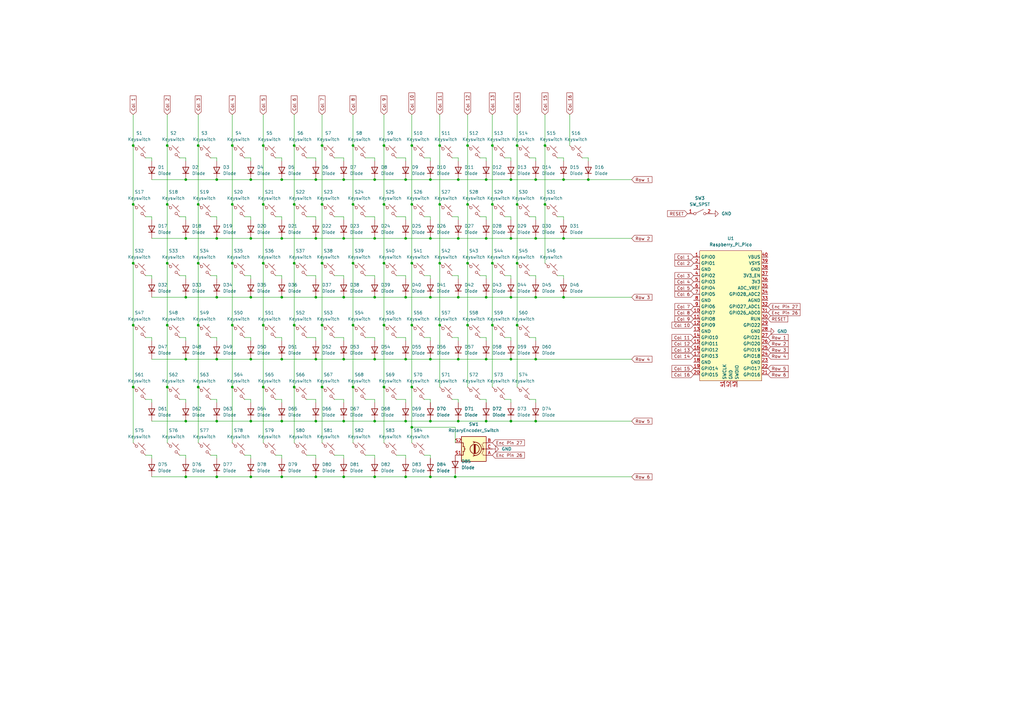
<source format=kicad_sch>
(kicad_sch (version 20230121) (generator eeschema)
  (paper "A3")
  (lib_symbols
    (symbol "Device:RotaryEncoder_Switch" (pin_names (offset 0.254) hide)
      (property "Reference" "SW" (at 0 6.604 0))
      (property "Value" "RotaryEncoder_Switch" (at 0 -6.604 0))
      (symbol "RotaryEncoder_Switch_1_1"
        (pin passive line (at -7.62 2.54 0) (length 2.54) (name "A") (number "A"))
        (pin passive line (at -7.62 -2.54 0) (length 2.54) (name "B") (number "B"))
        (pin passive line (at -7.62 0 0) (length 2.54) (name "C") (number "C"))
        (pin passive line (at 7.62 2.54 180) (length 2.54) (name "S1") (number "S1"))
        (pin passive line (at 7.62 -2.54 180) (length 2.54) (name "S2") (number "S2"))
      )
    )
    (symbol "ScottoKeebs:MCU_Raspberry_Pi_Pico"
      (property "Reference" "U" (at 0 0 0))
      (property "Value" "Raspberry_Pi_Pico" (at 0 27.94 0))
      (symbol "MCU_Raspberry_Pi_Pico_1_1"
        (pin bidirectional line (at -15.24 24.13 0) (length 2.54) (name "GPIO0") (number "1"))
        (pin bidirectional line (at -15.24 1.27 0) (length 2.54) (name "GPIO7") (number "10"))
        (pin bidirectional line (at -15.24 -1.27 0) (length 2.54) (name "GPIO8") (number "11"))
        (pin bidirectional line (at -15.24 -3.81 0) (length 2.54) (name "GPIO9") (number "12"))
        (pin power_in line (at -15.24 -6.35 0) (length 2.54) (name "GND") (number "13"))
        (pin bidirectional line (at -15.24 -8.89 0) (length 2.54) (name "GPIO10") (number "14"))
        (pin bidirectional line (at -15.24 -11.43 0) (length 2.54) (name "GPIO11") (number "15"))
        (pin bidirectional line (at -15.24 -13.97 0) (length 2.54) (name "GPIO12") (number "16"))
        (pin bidirectional line (at -15.24 -16.51 0) (length 2.54) (name "GPIO13") (number "17"))
        (pin power_in line (at -15.24 -19.05 0) (length 2.54) (name "GND") (number "18"))
        (pin bidirectional line (at -15.24 -21.59 0) (length 2.54) (name "GPIO14") (number "19"))
        (pin bidirectional line (at -15.24 21.59 0) (length 2.54) (name "GPIO1") (number "2"))
        (pin bidirectional line (at -15.24 -24.13 0) (length 2.54) (name "GPIO15") (number "20"))
        (pin bidirectional line (at 15.24 -24.13 180) (length 2.54) (name "GPIO16") (number "21"))
        (pin bidirectional line (at 15.24 -21.59 180) (length 2.54) (name "GPIO17") (number "22"))
        (pin power_in line (at 15.24 -19.05 180) (length 2.54) (name "GND") (number "23"))
        (pin bidirectional line (at 15.24 -16.51 180) (length 2.54) (name "GPIO18") (number "24"))
        (pin bidirectional line (at 15.24 -13.97 180) (length 2.54) (name "GPIO19") (number "25"))
        (pin bidirectional line (at 15.24 -11.43 180) (length 2.54) (name "GPIO20") (number "26"))
        (pin bidirectional line (at 15.24 -8.89 180) (length 2.54) (name "GPIO21") (number "27"))
        (pin power_in line (at 15.24 -6.35 180) (length 2.54) (name "GND") (number "28"))
        (pin bidirectional line (at 15.24 -3.81 180) (length 2.54) (name "GPIO22") (number "29"))
        (pin power_in line (at -15.24 19.05 0) (length 2.54) (name "GND") (number "3"))
        (pin input line (at 15.24 -1.27 180) (length 2.54) (name "RUN") (number "30"))
        (pin bidirectional line (at 15.24 1.27 180) (length 2.54) (name "GPIO26_ADC0") (number "31"))
        (pin bidirectional line (at 15.24 3.81 180) (length 2.54) (name "GPIO27_ADC1") (number "32"))
        (pin power_in line (at 15.24 6.35 180) (length 2.54) (name "AGND") (number "33"))
        (pin bidirectional line (at 15.24 8.89 180) (length 2.54) (name "GPIO28_ADC2") (number "34"))
        (pin power_in line (at 15.24 11.43 180) (length 2.54) (name "ADC_VREF") (number "35"))
        (pin power_in line (at 15.24 13.97 180) (length 2.54) (name "3V3") (number "36"))
        (pin input line (at 15.24 16.51 180) (length 2.54) (name "3V3_EN") (number "37"))
        (pin bidirectional line (at 15.24 19.05 180) (length 2.54) (name "GND") (number "38"))
        (pin power_in line (at 15.24 21.59 180) (length 2.54) (name "VSYS") (number "39"))
        (pin bidirectional line (at -15.24 16.51 0) (length 2.54) (name "GPIO2") (number "4"))
        (pin power_in line (at 15.24 24.13 180) (length 2.54) (name "VBUS") (number "40"))
        (pin input line (at -2.54 -29.21 90) (length 2.54) (name "SWCLK") (number "41"))
        (pin power_in line (at 0 -29.21 90) (length 2.54) (name "GND") (number "42"))
        (pin bidirectional line (at 2.54 -29.21 90) (length 2.54) (name "SWDIO") (number "43"))
        (pin bidirectional line (at -15.24 13.97 0) (length 2.54) (name "GPIO3") (number "5"))
        (pin bidirectional line (at -15.24 11.43 0) (length 2.54) (name "GPIO4") (number "6"))
        (pin bidirectional line (at -15.24 8.89 0) (length 2.54) (name "GPIO5") (number "7"))
        (pin power_in line (at -15.24 6.35 0) (length 2.54) (name "GND") (number "8"))
        (pin bidirectional line (at -15.24 3.81 0) (length 2.54) (name "GPIO6") (number "9"))
      )
    )
    (symbol "ScottoKeebs:Placeholder_Diode" (pin_numbers hide) (pin_names hide)
      (property "Reference" "D" (at 0 2.54 0))
      (property "Value" "Diode" (at 0 -2.54 0))
      (symbol "Placeholder_Diode_1_1"
        (pin passive line (at -3.81 0 0) (length 2.54) (name "K") (number "1"))
        (pin passive line (at 3.81 0 180) (length 2.54) (name "A") (number "2"))
      )
    )
    (symbol "ScottoKeebs:Placeholder_Keyswitch" (pin_numbers hide) (pin_names (offset 1.016) hide)
      (property "Reference" "S" (at 3.048 1.016 0))
      (property "Value" "Keyswitch" (at 0 -3.81 0))
      (symbol "Placeholder_Keyswitch_0_1"
        (pin passive line (at -2.54 2.54 0) (length 0) (name "1") (number "1"))
        (pin passive line (at 2.54 -2.54 180) (length 0) (name "2") (number "2"))
      )
    )
    (symbol "Switch:SW_SPST" (pin_names (offset 0) hide)
      (property "Reference" "SW" (at 0 3.175 0))
      (property "Value" "SW_SPST" (at 0 -2.54 0))
      (symbol "SW_SPST_1_1"
        (pin passive line (at -5.08 0 0) (length 2.54) (name "A") (number "1"))
        (pin passive line (at 5.08 0 180) (length 2.54) (name "B") (number "2"))
      )
    )
    (symbol "power:GND" (power) (pin_names (offset 0))
      (property "Value" "GND" (at 0 -3.81 0))
      (symbol "GND_1_1"
        (pin power_in line (at 0 0 270) (length 0) hide (name "GND") (number "1"))
      )
    )
  )
  (junction (at 102.87 73.66))
  (junction (at 166.37 172.72))
  (junction (at 144.78 133.35))
  (junction (at 102.87 195.58))
  (junction (at 231.14 73.66))
  (junction (at 153.67 97.79))
  (junction (at 219.71 121.92))
  (junction (at 120.65 59.69))
  (junction (at 209.55 147.32))
  (junction (at 129.54 147.32))
  (junction (at 191.77 83.82))
  (junction (at 168.91 107.95))
  (junction (at 168.91 59.69))
  (junction (at 176.53 147.32))
  (junction (at 88.9 121.92))
  (junction (at 132.08 107.95))
  (junction (at 54.61 133.35))
  (junction (at 68.58 107.95))
  (junction (at 81.28 59.69))
  (junction (at 81.28 133.35))
  (junction (at 223.52 83.82))
  (junction (at 212.09 107.95))
  (junction (at 107.95 133.35))
  (junction (at 129.54 73.66))
  (junction (at 68.58 158.75))
  (junction (at 176.53 172.72))
  (junction (at 95.25 158.75))
  (junction (at 95.25 133.35))
  (junction (at 168.91 133.35))
  (junction (at 201.93 107.95))
  (junction (at 76.2 147.32))
  (junction (at 102.87 121.92))
  (junction (at 209.55 73.66))
  (junction (at 132.08 83.82))
  (junction (at 199.39 172.72))
  (junction (at 107.95 107.95))
  (junction (at 144.78 107.95))
  (junction (at 180.34 83.82))
  (junction (at 54.61 158.75))
  (junction (at 132.08 133.35))
  (junction (at 76.2 73.66))
  (junction (at 76.2 172.72))
  (junction (at 129.54 195.58))
  (junction (at 166.37 121.92))
  (junction (at 120.65 158.75))
  (junction (at 187.96 121.92))
  (junction (at 176.53 73.66))
  (junction (at 201.93 83.82))
  (junction (at 209.55 121.92))
  (junction (at 140.97 147.32))
  (junction (at 95.25 83.82))
  (junction (at 129.54 121.92))
  (junction (at 144.78 59.69))
  (junction (at 166.37 195.58))
  (junction (at 223.52 59.69))
  (junction (at 68.58 59.69))
  (junction (at 129.54 172.72))
  (junction (at 107.95 59.69))
  (junction (at 219.71 97.79))
  (junction (at 132.08 158.75))
  (junction (at 95.25 107.95))
  (junction (at 81.28 83.82))
  (junction (at 157.48 59.69))
  (junction (at 212.09 59.69))
  (junction (at 102.87 147.32))
  (junction (at 180.34 59.69))
  (junction (at 209.55 97.79))
  (junction (at 140.97 121.92))
  (junction (at 219.71 147.32))
  (junction (at 212.09 133.35))
  (junction (at 115.57 121.92))
  (junction (at 140.97 73.66))
  (junction (at 219.71 172.72))
  (junction (at 88.9 73.66))
  (junction (at 199.39 73.66))
  (junction (at 107.95 83.82))
  (junction (at 120.65 133.35))
  (junction (at 54.61 59.69))
  (junction (at 132.08 59.69))
  (junction (at 54.61 83.82))
  (junction (at 201.93 59.69))
  (junction (at 186.69 195.58))
  (junction (at 176.53 121.92))
  (junction (at 153.67 172.72))
  (junction (at 176.53 97.79))
  (junction (at 115.57 73.66))
  (junction (at 191.77 107.95))
  (junction (at 168.91 158.75))
  (junction (at 140.97 172.72))
  (junction (at 54.61 107.95))
  (junction (at 95.25 59.69))
  (junction (at 68.58 83.82))
  (junction (at 120.65 107.95))
  (junction (at 166.37 147.32))
  (junction (at 168.91 83.82))
  (junction (at 157.48 83.82))
  (junction (at 76.2 97.79))
  (junction (at 81.28 107.95))
  (junction (at 120.65 83.82))
  (junction (at 231.14 121.92))
  (junction (at 157.48 107.95))
  (junction (at 88.9 195.58))
  (junction (at 102.87 172.72))
  (junction (at 102.87 97.79))
  (junction (at 231.14 97.79))
  (junction (at 153.67 121.92))
  (junction (at 115.57 147.32))
  (junction (at 153.67 73.66))
  (junction (at 129.54 97.79))
  (junction (at 88.9 147.32))
  (junction (at 68.58 133.35))
  (junction (at 166.37 73.66))
  (junction (at 115.57 172.72))
  (junction (at 199.39 121.92))
  (junction (at 176.53 195.58))
  (junction (at 140.97 195.58))
  (junction (at 199.39 147.32))
  (junction (at 199.39 97.79))
  (junction (at 144.78 158.75))
  (junction (at 187.96 73.66))
  (junction (at 76.2 195.58))
  (junction (at 153.67 147.32))
  (junction (at 168.91 175.26))
  (junction (at 81.28 158.75))
  (junction (at 191.77 59.69))
  (junction (at 212.09 83.82))
  (junction (at 140.97 97.79))
  (junction (at 180.34 133.35))
  (junction (at 115.57 195.58))
  (junction (at 76.2 121.92))
  (junction (at 241.3 73.66))
  (junction (at 219.71 73.66))
  (junction (at 187.96 147.32))
  (junction (at 180.34 107.95))
  (junction (at 157.48 158.75))
  (junction (at 88.9 172.72))
  (junction (at 201.93 133.35))
  (junction (at 115.57 97.79))
  (junction (at 88.9 97.79))
  (junction (at 153.67 195.58))
  (junction (at 157.48 133.35))
  (junction (at 191.77 133.35))
  (junction (at 144.78 83.82))
  (junction (at 166.37 97.79))
  (junction (at 187.96 97.79))
  (junction (at 187.96 172.72))
  (junction (at 107.95 158.75))
  (junction (at 209.55 172.72))
  (wire (pts (xy 153.67 64.77) (xy 153.67 66.04)))
  (wire (pts (xy 125.73 64.77) (xy 129.54 64.77)))
  (wire (pts (xy 180.34 59.69) (xy 180.34 83.82)))
  (wire (pts (xy 102.87 73.66) (xy 115.57 73.66)))
  (wire (pts (xy 187.96 138.43) (xy 187.96 139.7)))
  (wire (pts (xy 207.01 88.9) (xy 209.55 88.9)))
  (wire (pts (xy 166.37 195.58) (xy 176.53 195.58)))
  (wire (pts (xy 199.39 121.92) (xy 209.55 121.92)))
  (wire (pts (xy 125.73 163.83) (xy 129.54 163.83)))
  (wire (pts (xy 176.53 121.92) (xy 187.96 121.92)))
  (wire (pts (xy 132.08 83.82) (xy 132.08 107.95)))
  (wire (pts (xy 162.56 186.69) (xy 166.37 186.69)))
  (wire (pts (xy 88.9 113.03) (xy 88.9 114.3)))
  (wire (pts (xy 168.91 107.95) (xy 168.91 133.35)))
  (wire (pts (xy 129.54 186.69) (xy 129.54 187.96)))
  (wire (pts (xy 209.55 121.92) (xy 219.71 121.92)))
  (wire (pts (xy 113.03 138.43) (xy 115.57 138.43)))
  (wire (pts (xy 187.96 121.92) (xy 199.39 121.92)))
  (wire (pts (xy 76.2 113.03) (xy 76.2 114.3)))
  (wire (pts (xy 95.25 158.75) (xy 95.25 181.61)))
  (wire (pts (xy 228.6 113.03) (xy 231.14 113.03)))
  (wire (pts (xy 166.37 73.66) (xy 176.53 73.66)))
  (wire (pts (xy 187.96 73.66) (xy 199.39 73.66)))
  (wire (pts (xy 59.69 138.43) (xy 62.23 138.43)))
  (wire (pts (xy 73.66 163.83) (xy 76.2 163.83)))
  (wire (pts (xy 166.37 121.92) (xy 176.53 121.92)))
  (wire (pts (xy 187.96 113.03) (xy 187.96 114.3)))
  (wire (pts (xy 219.71 138.43) (xy 219.71 139.7)))
  (wire (pts (xy 180.34 83.82) (xy 180.34 107.95)))
  (wire (pts (xy 62.23 88.9) (xy 62.23 90.17)))
  (wire (pts (xy 95.25 133.35) (xy 95.25 158.75)))
  (wire (pts (xy 102.87 147.32) (xy 115.57 147.32)))
  (wire (pts (xy 180.34 133.35) (xy 180.34 158.75)))
  (wire (pts (xy 102.87 113.03) (xy 102.87 114.3)))
  (wire (pts (xy 199.39 163.83) (xy 199.39 165.1)))
  (wire (pts (xy 107.95 83.82) (xy 107.95 107.95)))
  (wire (pts (xy 68.58 83.82) (xy 68.58 107.95)))
  (wire (pts (xy 76.2 138.43) (xy 76.2 139.7)))
  (wire (pts (xy 217.17 64.77) (xy 219.71 64.77)))
  (wire (pts (xy 207.01 138.43) (xy 209.55 138.43)))
  (wire (pts (xy 176.53 97.79) (xy 187.96 97.79)))
  (wire (pts (xy 140.97 186.69) (xy 140.97 187.96)))
  (wire (pts (xy 180.34 107.95) (xy 180.34 133.35)))
  (wire (pts (xy 153.67 73.66) (xy 166.37 73.66)))
  (wire (pts (xy 125.73 88.9) (xy 129.54 88.9)))
  (wire (pts (xy 102.87 97.79) (xy 115.57 97.79)))
  (wire (pts (xy 102.87 138.43) (xy 102.87 139.7)))
  (wire (pts (xy 231.14 121.92) (xy 259.08 121.92)))
  (wire (pts (xy 129.54 172.72) (xy 140.97 172.72)))
  (wire (pts (xy 173.99 138.43) (xy 176.53 138.43)))
  (wire (pts (xy 62.23 121.92) (xy 76.2 121.92)))
  (wire (pts (xy 241.3 64.77) (xy 241.3 66.04)))
  (wire (pts (xy 219.71 88.9) (xy 219.71 90.17)))
  (wire (pts (xy 115.57 121.92) (xy 129.54 121.92)))
  (wire (pts (xy 217.17 88.9) (xy 219.71 88.9)))
  (wire (pts (xy 219.71 163.83) (xy 219.71 165.1)))
  (wire (pts (xy 187.96 163.83) (xy 187.96 165.1)))
  (wire (pts (xy 157.48 133.35) (xy 157.48 158.75)))
  (wire (pts (xy 115.57 88.9) (xy 115.57 90.17)))
  (wire (pts (xy 144.78 59.69) (xy 144.78 83.82)))
  (wire (pts (xy 185.42 163.83) (xy 187.96 163.83)))
  (wire (pts (xy 88.9 73.66) (xy 102.87 73.66)))
  (wire (pts (xy 100.33 113.03) (xy 102.87 113.03)))
  (wire (pts (xy 100.33 64.77) (xy 102.87 64.77)))
  (wire (pts (xy 187.96 88.9) (xy 187.96 90.17)))
  (wire (pts (xy 209.55 113.03) (xy 209.55 114.3)))
  (wire (pts (xy 166.37 97.79) (xy 176.53 97.79)))
  (wire (pts (xy 137.16 88.9) (xy 140.97 88.9)))
  (wire (pts (xy 129.54 163.83) (xy 129.54 165.1)))
  (wire (pts (xy 102.87 121.92) (xy 115.57 121.92)))
  (wire (pts (xy 168.91 59.69) (xy 168.91 83.82)))
  (wire (pts (xy 68.58 107.95) (xy 68.58 133.35)))
  (wire (pts (xy 115.57 172.72) (xy 129.54 172.72)))
  (wire (pts (xy 199.39 88.9) (xy 199.39 90.17)))
  (wire (pts (xy 166.37 138.43) (xy 166.37 139.7)))
  (wire (pts (xy 59.69 88.9) (xy 62.23 88.9)))
  (wire (pts (xy 129.54 64.77) (xy 129.54 66.04)))
  (wire (pts (xy 153.67 195.58) (xy 166.37 195.58)))
  (wire (pts (xy 209.55 147.32) (xy 219.71 147.32)))
  (wire (pts (xy 102.87 186.69) (xy 102.87 187.96)))
  (wire (pts (xy 54.61 83.82) (xy 54.61 107.95)))
  (wire (pts (xy 73.66 64.77) (xy 76.2 64.77)))
  (wire (pts (xy 115.57 97.79) (xy 129.54 97.79)))
  (wire (pts (xy 223.52 46.99) (xy 223.52 59.69)))
  (wire (pts (xy 125.73 138.43) (xy 129.54 138.43)))
  (wire (pts (xy 132.08 158.75) (xy 132.08 181.61)))
  (wire (pts (xy 140.97 172.72) (xy 153.67 172.72)))
  (wire (pts (xy 173.99 163.83) (xy 176.53 163.83)))
  (wire (pts (xy 219.71 64.77) (xy 219.71 66.04)))
  (wire (pts (xy 185.42 64.77) (xy 187.96 64.77)))
  (wire (pts (xy 54.61 158.75) (xy 54.61 181.61)))
  (wire (pts (xy 166.37 147.32) (xy 176.53 147.32)))
  (wire (pts (xy 259.08 73.66) (xy 241.3 73.66)))
  (wire (pts (xy 137.16 163.83) (xy 140.97 163.83)))
  (wire (pts (xy 107.95 158.75) (xy 107.95 181.61)))
  (wire (pts (xy 209.55 97.79) (xy 219.71 97.79)))
  (wire (pts (xy 185.42 138.43) (xy 187.96 138.43)))
  (wire (pts (xy 81.28 46.99) (xy 81.28 59.69)))
  (wire (pts (xy 54.61 46.99) (xy 54.61 59.69)))
  (wire (pts (xy 153.67 163.83) (xy 153.67 165.1)))
  (wire (pts (xy 120.65 46.99) (xy 120.65 59.69)))
  (wire (pts (xy 168.91 175.26) (xy 186.69 175.26)))
  (wire (pts (xy 259.08 97.79) (xy 231.14 97.79)))
  (wire (pts (xy 168.91 158.75) (xy 168.91 175.26)))
  (wire (pts (xy 88.9 195.58) (xy 102.87 195.58)))
  (wire (pts (xy 120.65 107.95) (xy 120.65 133.35)))
  (wire (pts (xy 201.93 133.35) (xy 201.93 158.75)))
  (wire (pts (xy 207.01 163.83) (xy 209.55 163.83)))
  (wire (pts (xy 132.08 46.99) (xy 132.08 59.69)))
  (wire (pts (xy 86.36 138.43) (xy 88.9 138.43)))
  (wire (pts (xy 73.66 138.43) (xy 76.2 138.43)))
  (wire (pts (xy 76.2 121.92) (xy 88.9 121.92)))
  (wire (pts (xy 140.97 88.9) (xy 140.97 90.17)))
  (wire (pts (xy 68.58 59.69) (xy 68.58 83.82)))
  (wire (pts (xy 115.57 163.83) (xy 115.57 165.1)))
  (wire (pts (xy 132.08 107.95) (xy 132.08 133.35)))
  (wire (pts (xy 219.71 147.32) (xy 259.08 147.32)))
  (wire (pts (xy 115.57 138.43) (xy 115.57 139.7)))
  (wire (pts (xy 209.55 138.43) (xy 209.55 139.7)))
  (wire (pts (xy 59.69 186.69) (xy 62.23 186.69)))
  (wire (pts (xy 191.77 133.35) (xy 191.77 158.75)))
  (wire (pts (xy 191.77 59.69) (xy 191.77 83.82)))
  (wire (pts (xy 115.57 113.03) (xy 115.57 114.3)))
  (wire (pts (xy 95.25 107.95) (xy 95.25 133.35)))
  (wire (pts (xy 81.28 83.82) (xy 81.28 107.95)))
  (wire (pts (xy 186.69 194.31) (xy 186.69 195.58)))
  (wire (pts (xy 140.97 113.03) (xy 140.97 114.3)))
  (wire (pts (xy 176.53 147.32) (xy 187.96 147.32)))
  (wire (pts (xy 100.33 186.69) (xy 102.87 186.69)))
  (wire (pts (xy 86.36 113.03) (xy 88.9 113.03)))
  (wire (pts (xy 186.69 175.26) (xy 186.69 181.61)))
  (wire (pts (xy 120.65 59.69) (xy 120.65 83.82)))
  (wire (pts (xy 76.2 147.32) (xy 88.9 147.32)))
  (wire (pts (xy 201.93 83.82) (xy 201.93 107.95)))
  (wire (pts (xy 187.96 147.32) (xy 199.39 147.32)))
  (wire (pts (xy 149.86 64.77) (xy 153.67 64.77)))
  (wire (pts (xy 140.97 138.43) (xy 140.97 139.7)))
  (wire (pts (xy 88.9 172.72) (xy 102.87 172.72)))
  (wire (pts (xy 180.34 46.99) (xy 180.34 59.69)))
  (wire (pts (xy 209.55 64.77) (xy 209.55 66.04)))
  (wire (pts (xy 76.2 64.77) (xy 76.2 66.04)))
  (wire (pts (xy 144.78 158.75) (xy 144.78 181.61)))
  (wire (pts (xy 125.73 113.03) (xy 129.54 113.03)))
  (wire (pts (xy 137.16 186.69) (xy 140.97 186.69)))
  (wire (pts (xy 88.9 186.69) (xy 88.9 187.96)))
  (wire (pts (xy 166.37 172.72) (xy 176.53 172.72)))
  (wire (pts (xy 76.2 97.79) (xy 88.9 97.79)))
  (wire (pts (xy 73.66 186.69) (xy 76.2 186.69)))
  (wire (pts (xy 199.39 113.03) (xy 199.39 114.3)))
  (wire (pts (xy 115.57 186.69) (xy 115.57 187.96)))
  (wire (pts (xy 207.01 113.03) (xy 209.55 113.03)))
  (wire (pts (xy 140.97 64.77) (xy 140.97 66.04)))
  (wire (pts (xy 81.28 59.69) (xy 81.28 83.82)))
  (wire (pts (xy 173.99 88.9) (xy 176.53 88.9)))
  (wire (pts (xy 88.9 64.77) (xy 88.9 66.04)))
  (wire (pts (xy 81.28 133.35) (xy 81.28 158.75)))
  (wire (pts (xy 162.56 163.83) (xy 166.37 163.83)))
  (wire (pts (xy 76.2 195.58) (xy 88.9 195.58)))
  (wire (pts (xy 231.14 64.77) (xy 231.14 66.04)))
  (wire (pts (xy 129.54 147.32) (xy 140.97 147.32)))
  (wire (pts (xy 209.55 73.66) (xy 219.71 73.66)))
  (wire (pts (xy 88.9 88.9) (xy 88.9 90.17)))
  (wire (pts (xy 120.65 158.75) (xy 120.65 181.61)))
  (wire (pts (xy 62.23 172.72) (xy 76.2 172.72)))
  (wire (pts (xy 199.39 97.79) (xy 209.55 97.79)))
  (wire (pts (xy 212.09 107.95) (xy 212.09 133.35)))
  (wire (pts (xy 176.53 88.9) (xy 176.53 90.17)))
  (wire (pts (xy 153.67 113.03) (xy 153.67 114.3)))
  (wire (pts (xy 102.87 172.72) (xy 115.57 172.72)))
  (wire (pts (xy 166.37 186.69) (xy 166.37 187.96)))
  (wire (pts (xy 157.48 46.99) (xy 157.48 59.69)))
  (wire (pts (xy 54.61 133.35) (xy 54.61 158.75)))
  (wire (pts (xy 209.55 163.83) (xy 209.55 165.1)))
  (wire (pts (xy 153.67 97.79) (xy 166.37 97.79)))
  (wire (pts (xy 102.87 163.83) (xy 102.87 165.1)))
  (wire (pts (xy 176.53 64.77) (xy 176.53 66.04)))
  (wire (pts (xy 76.2 88.9) (xy 76.2 90.17)))
  (wire (pts (xy 68.58 46.99) (xy 68.58 59.69)))
  (wire (pts (xy 129.54 88.9) (xy 129.54 90.17)))
  (wire (pts (xy 62.23 195.58) (xy 76.2 195.58)))
  (wire (pts (xy 153.67 147.32) (xy 166.37 147.32)))
  (wire (pts (xy 162.56 113.03) (xy 166.37 113.03)))
  (wire (pts (xy 129.54 195.58) (xy 140.97 195.58)))
  (wire (pts (xy 196.85 163.83) (xy 199.39 163.83)))
  (wire (pts (xy 88.9 147.32) (xy 102.87 147.32)))
  (wire (pts (xy 100.33 88.9) (xy 102.87 88.9)))
  (wire (pts (xy 73.66 88.9) (xy 76.2 88.9)))
  (wire (pts (xy 187.96 97.79) (xy 199.39 97.79)))
  (wire (pts (xy 166.37 88.9) (xy 166.37 90.17)))
  (wire (pts (xy 219.71 121.92) (xy 231.14 121.92)))
  (wire (pts (xy 59.69 113.03) (xy 62.23 113.03)))
  (wire (pts (xy 102.87 195.58) (xy 115.57 195.58)))
  (wire (pts (xy 187.96 172.72) (xy 199.39 172.72)))
  (wire (pts (xy 196.85 138.43) (xy 199.39 138.43)))
  (wire (pts (xy 173.99 186.69) (xy 176.53 186.69)))
  (wire (pts (xy 88.9 121.92) (xy 102.87 121.92)))
  (wire (pts (xy 168.91 133.35) (xy 168.91 158.75)))
  (wire (pts (xy 233.68 46.99) (xy 233.68 59.69)))
  (wire (pts (xy 191.77 107.95) (xy 191.77 133.35)))
  (wire (pts (xy 54.61 59.69) (xy 54.61 83.82)))
  (wire (pts (xy 76.2 172.72) (xy 88.9 172.72)))
  (wire (pts (xy 86.36 163.83) (xy 88.9 163.83)))
  (wire (pts (xy 199.39 64.77) (xy 199.39 66.04)))
  (wire (pts (xy 62.23 73.66) (xy 76.2 73.66)))
  (wire (pts (xy 217.17 113.03) (xy 219.71 113.03)))
  (wire (pts (xy 186.69 195.58) (xy 259.08 195.58)))
  (wire (pts (xy 219.71 172.72) (xy 259.08 172.72)))
  (wire (pts (xy 199.39 147.32) (xy 209.55 147.32)))
  (wire (pts (xy 95.25 59.69) (xy 95.25 83.82)))
  (wire (pts (xy 223.52 83.82) (xy 223.52 107.95)))
  (wire (pts (xy 88.9 138.43) (xy 88.9 139.7)))
  (wire (pts (xy 62.23 186.69) (xy 62.23 187.96)))
  (wire (pts (xy 201.93 59.69) (xy 201.93 83.82)))
  (wire (pts (xy 209.55 88.9) (xy 209.55 90.17)))
  (wire (pts (xy 166.37 113.03) (xy 166.37 114.3)))
  (wire (pts (xy 113.03 88.9) (xy 115.57 88.9)))
  (wire (pts (xy 149.86 163.83) (xy 153.67 163.83)))
  (wire (pts (xy 162.56 64.77) (xy 166.37 64.77)))
  (wire (pts (xy 113.03 113.03) (xy 115.57 113.03)))
  (wire (pts (xy 176.53 172.72) (xy 187.96 172.72)))
  (wire (pts (xy 120.65 133.35) (xy 120.65 158.75)))
  (wire (pts (xy 223.52 59.69) (xy 223.52 83.82)))
  (wire (pts (xy 173.99 113.03) (xy 176.53 113.03)))
  (wire (pts (xy 199.39 73.66) (xy 209.55 73.66)))
  (wire (pts (xy 157.48 107.95) (xy 157.48 133.35)))
  (wire (pts (xy 132.08 133.35) (xy 132.08 158.75)))
  (wire (pts (xy 207.01 64.77) (xy 209.55 64.77)))
  (wire (pts (xy 73.66 113.03) (xy 76.2 113.03)))
  (wire (pts (xy 176.53 163.83) (xy 176.53 165.1)))
  (wire (pts (xy 86.36 186.69) (xy 88.9 186.69)))
  (wire (pts (xy 199.39 172.72) (xy 209.55 172.72)))
  (wire (pts (xy 153.67 172.72) (xy 166.37 172.72)))
  (wire (pts (xy 88.9 163.83) (xy 88.9 165.1)))
  (wire (pts (xy 231.14 88.9) (xy 231.14 90.17)))
  (wire (pts (xy 62.23 138.43) (xy 62.23 139.7)))
  (wire (pts (xy 219.71 97.79) (xy 231.14 97.79)))
  (wire (pts (xy 196.85 113.03) (xy 199.39 113.03)))
  (wire (pts (xy 129.54 121.92) (xy 140.97 121.92)))
  (wire (pts (xy 140.97 163.83) (xy 140.97 165.1)))
  (wire (pts (xy 153.67 121.92) (xy 166.37 121.92)))
  (wire (pts (xy 76.2 73.66) (xy 88.9 73.66)))
  (wire (pts (xy 176.53 73.66) (xy 187.96 73.66)))
  (wire (pts (xy 149.86 138.43) (xy 153.67 138.43)))
  (wire (pts (xy 149.86 186.69) (xy 153.67 186.69)))
  (wire (pts (xy 59.69 163.83) (xy 62.23 163.83)))
  (wire (pts (xy 185.42 113.03) (xy 187.96 113.03)))
  (wire (pts (xy 86.36 88.9) (xy 88.9 88.9)))
  (wire (pts (xy 129.54 97.79) (xy 140.97 97.79)))
  (wire (pts (xy 107.95 59.69) (xy 107.95 83.82)))
  (wire (pts (xy 115.57 195.58) (xy 129.54 195.58)))
  (wire (pts (xy 144.78 83.82) (xy 144.78 107.95)))
  (wire (pts (xy 125.73 186.69) (xy 129.54 186.69)))
  (wire (pts (xy 95.25 83.82) (xy 95.25 107.95)))
  (wire (pts (xy 153.67 138.43) (xy 153.67 139.7)))
  (wire (pts (xy 168.91 175.26) (xy 168.91 181.61)))
  (wire (pts (xy 196.85 88.9) (xy 199.39 88.9)))
  (wire (pts (xy 115.57 73.66) (xy 129.54 73.66)))
  (wire (pts (xy 81.28 158.75) (xy 81.28 181.61)))
  (wire (pts (xy 88.9 97.79) (xy 102.87 97.79)))
  (wire (pts (xy 81.28 107.95) (xy 81.28 133.35)))
  (wire (pts (xy 185.42 88.9) (xy 187.96 88.9)))
  (wire (pts (xy 76.2 163.83) (xy 76.2 165.1)))
  (wire (pts (xy 107.95 107.95) (xy 107.95 133.35)))
  (wire (pts (xy 157.48 83.82) (xy 157.48 107.95)))
  (wire (pts (xy 201.93 107.95) (xy 201.93 133.35)))
  (wire (pts (xy 191.77 46.99) (xy 191.77 59.69)))
  (wire (pts (xy 62.23 97.79) (xy 76.2 97.79)))
  (wire (pts (xy 76.2 186.69) (xy 76.2 187.96)))
  (wire (pts (xy 217.17 138.43) (xy 219.71 138.43)))
  (wire (pts (xy 100.33 138.43) (xy 102.87 138.43)))
  (wire (pts (xy 137.16 113.03) (xy 140.97 113.03)))
  (wire (pts (xy 113.03 163.83) (xy 115.57 163.83)))
  (wire (pts (xy 144.78 133.35) (xy 144.78 158.75)))
  (wire (pts (xy 173.99 64.77) (xy 176.53 64.77)))
  (wire (pts (xy 144.78 46.99) (xy 144.78 59.69)))
  (wire (pts (xy 129.54 138.43) (xy 129.54 139.7)))
  (wire (pts (xy 219.71 73.66) (xy 231.14 73.66)))
  (wire (pts (xy 196.85 64.77) (xy 199.39 64.77)))
  (wire (pts (xy 107.95 133.35) (xy 107.95 158.75)))
  (wire (pts (xy 212.09 83.82) (xy 212.09 107.95)))
  (wire (pts (xy 68.58 133.35) (xy 68.58 158.75)))
  (wire (pts (xy 238.76 64.77) (xy 241.3 64.77)))
  (wire (pts (xy 59.69 64.77) (xy 62.23 64.77)))
  (wire (pts (xy 62.23 163.83) (xy 62.23 165.1)))
  (wire (pts (xy 137.16 64.77) (xy 140.97 64.77)))
  (wire (pts (xy 100.33 163.83) (xy 102.87 163.83)))
  (wire (pts (xy 115.57 147.32) (xy 129.54 147.32)))
  (wire (pts (xy 113.03 186.69) (xy 115.57 186.69)))
  (wire (pts (xy 166.37 64.77) (xy 166.37 66.04)))
  (wire (pts (xy 176.53 113.03) (xy 176.53 114.3)))
  (wire (pts (xy 140.97 195.58) (xy 153.67 195.58)))
  (wire (pts (xy 144.78 107.95) (xy 144.78 133.35)))
  (wire (pts (xy 168.91 46.99) (xy 168.91 59.69)))
  (wire (pts (xy 212.09 46.99) (xy 212.09 59.69)))
  (wire (pts (xy 153.67 186.69) (xy 153.67 187.96)))
  (wire (pts (xy 228.6 88.9) (xy 231.14 88.9)))
  (wire (pts (xy 140.97 121.92) (xy 153.67 121.92)))
  (wire (pts (xy 140.97 73.66) (xy 153.67 73.66)))
  (wire (pts (xy 140.97 97.79) (xy 153.67 97.79)))
  (wire (pts (xy 157.48 59.69) (xy 157.48 83.82)))
  (wire (pts (xy 115.57 64.77) (xy 115.57 66.04)))
  (wire (pts (xy 113.03 64.77) (xy 115.57 64.77)))
  (wire (pts (xy 231.14 73.66) (xy 241.3 73.66)))
  (wire (pts (xy 231.14 113.03) (xy 231.14 114.3)))
  (wire (pts (xy 107.95 46.99) (xy 107.95 59.69)))
  (wire (pts (xy 62.23 113.03) (xy 62.23 114.3)))
  (wire (pts (xy 166.37 163.83) (xy 166.37 165.1)))
  (wire (pts (xy 212.09 59.69) (xy 212.09 83.82)))
  (wire (pts (xy 162.56 138.43) (xy 166.37 138.43)))
  (wire (pts (xy 137.16 138.43) (xy 140.97 138.43)))
  (wire (pts (xy 219.71 113.03) (xy 219.71 114.3)))
  (wire (pts (xy 217.17 163.83) (xy 219.71 163.83)))
  (wire (pts (xy 102.87 64.77) (xy 102.87 66.04)))
  (wire (pts (xy 199.39 138.43) (xy 199.39 139.7)))
  (wire (pts (xy 140.97 147.32) (xy 153.67 147.32)))
  (wire (pts (xy 212.09 133.35) (xy 212.09 158.75)))
  (wire (pts (xy 132.08 59.69) (xy 132.08 83.82)))
  (wire (pts (xy 86.36 64.77) (xy 88.9 64.77)))
  (wire (pts (xy 149.86 88.9) (xy 153.67 88.9)))
  (wire (pts (xy 62.23 147.32) (xy 76.2 147.32)))
  (wire (pts (xy 68.58 158.75) (xy 68.58 181.61)))
  (wire (pts (xy 176.53 138.43) (xy 176.53 139.7)))
  (wire (pts (xy 228.6 64.77) (xy 231.14 64.77)))
  (wire (pts (xy 176.53 186.69) (xy 176.53 187.96)))
  (wire (pts (xy 149.86 113.03) (xy 153.67 113.03)))
  (wire (pts (xy 153.67 88.9) (xy 153.67 90.17)))
  (wire (pts (xy 129.54 113.03) (xy 129.54 114.3)))
  (wire (pts (xy 187.96 64.77) (xy 187.96 66.04)))
  (wire (pts (xy 157.48 158.75) (xy 157.48 181.61)))
  (wire (pts (xy 176.53 195.58) (xy 186.69 195.58)))
  (wire (pts (xy 168.91 83.82) (xy 168.91 107.95)))
  (wire (pts (xy 191.77 83.82) (xy 191.77 107.95)))
  (wire (pts (xy 162.56 88.9) (xy 166.37 88.9)))
  (wire (pts (xy 201.93 46.99) (xy 201.93 59.69)))
  (wire (pts (xy 95.25 46.99) (xy 95.25 59.69)))
  (wire (pts (xy 102.87 88.9) (xy 102.87 90.17)))
  (wire (pts (xy 129.54 73.66) (xy 140.97 73.66)))
  (wire (pts (xy 120.65 83.82) (xy 120.65 107.95)))
  (wire (pts (xy 62.23 64.77) (xy 62.23 66.04)))
  (wire (pts (xy 209.55 172.72) (xy 219.71 172.72)))
  (wire (pts (xy 54.61 107.95) (xy 54.61 133.35)))
  (global_label "Col 11" (shape input) (at 180.34 46.99 90) (property "Intersheetrefs" "${INTERSHEET_REFS}" (effects hide)))
  (global_label "Row 1" (shape input) (at 259.08 73.66 0) (property "Intersheetrefs" "${INTERSHEET_REFS}" (effects hide)))
  (global_label "Col 8" (shape input) (at 284.48 128.27 180) (property "Intersheetrefs" "${INTERSHEET_REFS}" (effects hide)))
  (global_label "Enc Pin 26" (shape input) (at 201.93 186.69 0) (property "Intersheetrefs" "${INTERSHEET_REFS}" (effects hide)))
  (global_label "Col 5" (shape input) (at 107.95 46.99 90) (property "Intersheetrefs" "${INTERSHEET_REFS}" (effects hide)))
  (global_label "Row 1" (shape input) (at 314.96 138.43 0) (property "Intersheetrefs" "${INTERSHEET_REFS}" (effects hide)))
  (global_label "Row 6" (shape input) (at 314.96 153.67 0) (property "Intersheetrefs" "${INTERSHEET_REFS}" (effects hide)))
  (global_label "Row 4" (shape input) (at 314.96 146.05 0) (property "Intersheetrefs" "${INTERSHEET_REFS}" (effects hide)))
  (global_label "Col 7" (shape input) (at 284.48 125.73 180) (property "Intersheetrefs" "${INTERSHEET_REFS}" (effects hide)))
  (global_label "Enc Pin 26" (shape input) (at 314.96 128.27 0) (property "Intersheetrefs" "${INTERSHEET_REFS}" (effects hide)))
  (global_label "Col 2" (shape input) (at 284.48 107.95 180) (property "Intersheetrefs" "${INTERSHEET_REFS}" (effects hide)))
  (global_label "Col 1" (shape input) (at 54.61 46.99 90) (property "Intersheetrefs" "${INTERSHEET_REFS}" (effects hide)))
  (global_label "Col 6" (shape input) (at 284.48 120.65 180) (property "Intersheetrefs" "${INTERSHEET_REFS}" (effects hide)))
  (global_label "Enc Pin 27" (shape input) (at 201.93 181.61 0) (property "Intersheetrefs" "${INTERSHEET_REFS}" (effects hide)))
  (global_label "Row 2" (shape input) (at 314.96 140.97 0) (property "Intersheetrefs" "${INTERSHEET_REFS}" (effects hide)))
  (global_label "Col 4" (shape input) (at 95.25 46.99 90) (property "Intersheetrefs" "${INTERSHEET_REFS}" (effects hide)))
  (global_label "Col 3" (shape input) (at 284.48 113.03 180) (property "Intersheetrefs" "${INTERSHEET_REFS}" (effects hide)))
  (global_label "Row 3" (shape input) (at 259.08 121.92 0) (property "Intersheetrefs" "${INTERSHEET_REFS}" (effects hide)))
  (global_label "Col 6" (shape input) (at 120.65 46.99 90) (property "Intersheetrefs" "${INTERSHEET_REFS}" (effects hide)))
  (global_label "RESET" (shape input) (at 281.94 87.63 180) (property "Intersheetrefs" "${INTERSHEET_REFS}" (effects hide)))
  (global_label "Row 6" (shape input) (at 259.08 195.58 0) (property "Intersheetrefs" "${INTERSHEET_REFS}" (effects hide)))
  (global_label "Col 11" (shape input) (at 284.48 138.43 180) (property "Intersheetrefs" "${INTERSHEET_REFS}" (effects hide)))
  (global_label "Col 15" (shape input) (at 223.52 46.99 90) (property "Intersheetrefs" "${INTERSHEET_REFS}" (effects hide)))
  (global_label "Col 13" (shape input) (at 284.48 143.51 180) (property "Intersheetrefs" "${INTERSHEET_REFS}" (effects hide)))
  (global_label "Enc Pin 27" (shape input) (at 314.96 125.73 0) (property "Intersheetrefs" "${INTERSHEET_REFS}" (effects hide)))
  (global_label "Row 3" (shape input) (at 314.96 143.51 0) (property "Intersheetrefs" "${INTERSHEET_REFS}" (effects hide)))
  (global_label "Col 13" (shape input) (at 201.93 46.99 90) (property "Intersheetrefs" "${INTERSHEET_REFS}" (effects hide)))
  (global_label "Col 16" (shape input) (at 233.68 46.99 90) (property "Intersheetrefs" "${INTERSHEET_REFS}" (effects hide)))
  (global_label "Row 2" (shape input) (at 259.08 97.79 0) (property "Intersheetrefs" "${INTERSHEET_REFS}" (effects hide)))
  (global_label "Col 14" (shape input) (at 284.48 146.05 180) (property "Intersheetrefs" "${INTERSHEET_REFS}" (effects hide)))
  (global_label "Col 9" (shape input) (at 157.48 46.99 90) (property "Intersheetrefs" "${INTERSHEET_REFS}" (effects hide)))
  (global_label "Row 5" (shape input) (at 314.96 151.13 0) (property "Intersheetrefs" "${INTERSHEET_REFS}" (effects hide)))
  (global_label "Col 7" (shape input) (at 132.08 46.99 90) (property "Intersheetrefs" "${INTERSHEET_REFS}" (effects hide)))
  (global_label "Col 16" (shape input) (at 284.48 153.67 180) (property "Intersheetrefs" "${INTERSHEET_REFS}" (effects hide)))
  (global_label "Col 10" (shape input) (at 284.48 133.35 180) (property "Intersheetrefs" "${INTERSHEET_REFS}" (effects hide)))
  (global_label "Col 8" (shape input) (at 144.78 46.99 90) (property "Intersheetrefs" "${INTERSHEET_REFS}" (effects hide)))
  (global_label "Col 10" (shape input) (at 168.91 46.99 90) (property "Intersheetrefs" "${INTERSHEET_REFS}" (effects hide)))
  (global_label "Col 2" (shape input) (at 68.58 46.99 90) (property "Intersheetrefs" "${INTERSHEET_REFS}" (effects hide)))
  (global_label "Row 4" (shape input) (at 259.08 147.32 0) (property "Intersheetrefs" "${INTERSHEET_REFS}" (effects hide)))
  (global_label "Col 12" (shape input) (at 191.77 46.99 90) (property "Intersheetrefs" "${INTERSHEET_REFS}" (effects hide)))
  (global_label "Col 4" (shape input) (at 284.48 115.57 180) (property "Intersheetrefs" "${INTERSHEET_REFS}" (effects hide)))
  (global_label "Col 5" (shape input) (at 284.48 118.11 180) (property "Intersheetrefs" "${INTERSHEET_REFS}" (effects hide)))
  (global_label "Col 12" (shape input) (at 284.48 140.97 180) (property "Intersheetrefs" "${INTERSHEET_REFS}" (effects hide)))
  (global_label "Col 3" (shape input) (at 81.28 46.99 90) (property "Intersheetrefs" "${INTERSHEET_REFS}" (effects hide)))
  (global_label "RESET" (shape input) (at 314.96 130.81 0) (property "Intersheetrefs" "${INTERSHEET_REFS}" (effects hide)))
  (global_label "Col 14" (shape input) (at 212.09 46.99 90) (property "Intersheetrefs" "${INTERSHEET_REFS}" (effects hide)))
  (global_label "Col 15" (shape input) (at 284.48 151.13 180) (property "Intersheetrefs" "${INTERSHEET_REFS}" (effects hide)))
  (global_label "Row 5" (shape input) (at 259.08 172.72 0) (property "Intersheetrefs" "${INTERSHEET_REFS}" (effects hide)))
  (global_label "Col 9" (shape input) (at 284.48 130.81 180) (property "Intersheetrefs" "${INTERSHEET_REFS}" (effects hide)))
  (global_label "Col 1" (shape input) (at 284.48 105.41 180) (property "Intersheetrefs" "${INTERSHEET_REFS}" (effects hide)))
  (symbol (lib_id "ScottoKeebs:Placeholder_Keyswitch") (at 123.19 62.23 0) (unit 1)
    (property "Reference" "S6" (at 123.19 54.61 0))
    (property "Value" "Keyswitch" (at 123.19 57.15 0))
    (property "Footprint" "ScottoKeebs_MX:MX_PCB_1.00u" (effects hide))
  )
  (symbol (lib_id "ScottoKeebs:Placeholder_Diode") (at 102.87 93.98 90) (unit 1)
    (property "Reference" "D20" (at 105.41 92.71 90) (effects (justify right)))
    (property "Value" "Diode" (at 105.41 95.25 90) (effects (justify right)))
    (property "Footprint" "ScottoKeebs_Components:Diode_SOD-123" (effects hide))
    (property "Sim.Device" "D" (effects hide))
    (property "Sim.Pins" "1=K 2=A" (effects hide))
  )
  (symbol (lib_id "ScottoKeebs:Placeholder_Diode") (at 115.57 191.77 90) (unit 1)
    (property "Reference" "D79" (at 118.11 190.5 90) (effects (justify right)))
    (property "Value" "Diode" (at 118.11 193.04 90) (effects (justify right)))
    (property "Footprint" "ScottoKeebs_Components:Diode_SOD-123" (effects hide))
    (property "Sim.Device" "D" (effects hide))
    (property "Sim.Pins" "1=K 2=A" (effects hide))
  )
  (symbol (lib_id "ScottoKeebs:Placeholder_Diode") (at 140.97 191.77 90) (unit 1)
    (property "Reference" "D81" (at 143.51 190.5 90) (effects (justify right)))
    (property "Value" "Diode" (at 143.51 193.04 90) (effects (justify right)))
    (property "Footprint" "ScottoKeebs_Components:Diode_SOD-123" (effects hide))
    (property "Sim.Device" "D" (effects hide))
    (property "Sim.Pins" "1=K 2=A" (effects hide))
  )
  (symbol (lib_id "ScottoKeebs:Placeholder_Keyswitch") (at 147.32 62.23 0) (unit 1)
    (property "Reference" "S8" (at 147.32 54.61 0))
    (property "Value" "Keyswitch" (at 147.32 57.15 0))
    (property "Footprint" "ScottoKeebs_MX:MX_PCB_1.00u" (effects hide))
  )
  (symbol (lib_id "ScottoKeebs:Placeholder_Keyswitch") (at 83.82 184.15 0) (unit 1)
    (property "Reference" "S77" (at 83.82 176.53 0))
    (property "Value" "Keyswitch" (at 83.82 179.07 0))
    (property "Footprint" "ScottoKeebs_MX:MX_PCB_1.00u" (effects hide))
  )
  (symbol (lib_id "ScottoKeebs:Placeholder_Keyswitch") (at 71.12 184.15 0) (unit 1)
    (property "Reference" "S76" (at 71.12 176.53 0))
    (property "Value" "Keyswitch" (at 71.12 179.07 0))
    (property "Footprint" "ScottoKeebs_MX:MX_PCB_1.00u" (effects hide))
  )
  (symbol (lib_id "ScottoKeebs:Placeholder_Keyswitch") (at 147.32 110.49 0) (unit 1)
    (property "Reference" "S39" (at 147.32 102.87 0))
    (property "Value" "Keyswitch" (at 147.32 105.41 0))
    (property "Footprint" "ScottoKeebs_MX:MX_PCB_1.00u" (effects hide))
  )
  (symbol (lib_id "ScottoKeebs:Placeholder_Keyswitch") (at 97.79 110.49 0) (unit 1)
    (property "Reference" "S35" (at 97.79 102.87 0))
    (property "Value" "Keyswitch" (at 97.79 105.41 0))
    (property "Footprint" "ScottoKeebs_MX:MX_PCB_1.00u" (effects hide))
  )
  (symbol (lib_id "ScottoKeebs:Placeholder_Keyswitch") (at 134.62 86.36 0) (unit 1)
    (property "Reference" "S23" (at 134.62 78.74 0))
    (property "Value" "Keyswitch" (at 134.62 81.28 0))
    (property "Footprint" "ScottoKeebs_MX:MX_PCB_1.00u" (effects hide))
  )
  (symbol (lib_id "ScottoKeebs:Placeholder_Diode") (at 88.9 118.11 90) (unit 1)
    (property "Reference" "D34" (at 91.44 116.84 90) (effects (justify right)))
    (property "Value" "Diode" (at 91.44 119.38 90) (effects (justify right)))
    (property "Footprint" "ScottoKeebs_Components:Diode_SOD-123" (effects hide))
    (property "Sim.Device" "D" (effects hide))
    (property "Sim.Pins" "1=K 2=A" (effects hide))
  )
  (symbol (lib_id "ScottoKeebs:Placeholder_Keyswitch") (at 83.82 135.89 0) (unit 1)
    (property "Reference" "S49" (at 83.82 128.27 0))
    (property "Value" "Keyswitch" (at 83.82 130.81 0))
    (property "Footprint" "ScottoKeebs_MX:MX_PCB_1.00u" (effects hide))
  )
  (symbol (lib_id "ScottoKeebs:Placeholder_Diode") (at 129.54 191.77 90) (unit 1)
    (property "Reference" "D80" (at 132.08 190.5 90) (effects (justify right)))
    (property "Value" "Diode" (at 132.08 193.04 90) (effects (justify right)))
    (property "Footprint" "ScottoKeebs_Components:Diode_SOD-123" (effects hide))
    (property "Sim.Device" "D" (effects hide))
    (property "Sim.Pins" "1=K 2=A" (effects hide))
  )
  (symbol (lib_id "ScottoKeebs:Placeholder_Diode") (at 62.23 118.11 90) (unit 1)
    (property "Reference" "D32" (at 64.77 116.84 90) (effects (justify right)))
    (property "Value" "Diode" (at 64.77 119.38 90) (effects (justify right)))
    (property "Footprint" "ScottoKeebs_Components:Diode_SOD-123" (effects hide))
    (property "Sim.Device" "D" (effects hide))
    (property "Sim.Pins" "1=K 2=A" (effects hide))
  )
  (symbol (lib_id "ScottoKeebs:Placeholder_Keyswitch") (at 171.45 184.15 0) (unit 1)
    (property "Reference" "S84" (at 171.45 176.53 0))
    (property "Value" "Keyswitch" (at 171.45 179.07 0))
    (property "Footprint" "ScottoKeebs_MX:MX_PCB_1.00u" (effects hide))
  )
  (symbol (lib_id "ScottoKeebs:Placeholder_Keyswitch") (at 57.15 110.49 0) (unit 1)
    (property "Reference" "S32" (at 57.15 102.87 0))
    (property "Value" "Keyswitch" (at 57.15 105.41 0))
    (property "Footprint" "ScottoKeebs_MX:MX_PCB_1.00u" (effects hide))
  )
  (symbol (lib_id "ScottoKeebs:Placeholder_Diode") (at 115.57 93.98 90) (unit 1)
    (property "Reference" "D21" (at 118.11 92.71 90) (effects (justify right)))
    (property "Value" "Diode" (at 118.11 95.25 90) (effects (justify right)))
    (property "Footprint" "ScottoKeebs_Components:Diode_SOD-123" (effects hide))
    (property "Sim.Device" "D" (effects hide))
    (property "Sim.Pins" "1=K 2=A" (effects hide))
  )
  (symbol (lib_id "ScottoKeebs:Placeholder_Diode") (at 166.37 168.91 90) (unit 1)
    (property "Reference" "D69" (at 168.91 167.64 90) (effects (justify right)))
    (property "Value" "Diode" (at 168.91 170.18 90) (effects (justify right)))
    (property "Footprint" "ScottoKeebs_Components:Diode_SOD-123" (effects hide))
    (property "Sim.Device" "D" (effects hide))
    (property "Sim.Pins" "1=K 2=A" (effects hide))
  )
  (symbol (lib_id "ScottoKeebs:Placeholder_Keyswitch") (at 214.63 135.89 0) (unit 1)
    (property "Reference" "S60" (at 214.63 128.27 0))
    (property "Value" "Keyswitch" (at 214.63 130.81 0))
    (property "Footprint" "ScottoKeebs_MX:MX_PCB_1.00u" (effects hide))
  )
  (symbol (lib_id "ScottoKeebs:Placeholder_Keyswitch") (at 194.31 86.36 0) (unit 1)
    (property "Reference" "S28" (at 194.31 78.74 0))
    (property "Value" "Keyswitch" (at 194.31 81.28 0))
    (property "Footprint" "ScottoKeebs_MX:MX_PCB_1.00u" (effects hide))
  )
  (symbol (lib_id "ScottoKeebs:Placeholder_Keyswitch") (at 226.06 86.36 0) (unit 1)
    (property "Reference" "S31" (at 226.06 78.74 0))
    (property "Value" "Keyswitch" (at 226.06 81.28 0))
    (property "Footprint" "ScottoKeebs_MX:MX_PCB_1.00u" (effects hide))
  )
  (symbol (lib_id "ScottoKeebs:Placeholder_Diode") (at 176.53 168.91 90) (unit 1)
    (property "Reference" "D70" (at 179.07 167.64 90) (effects (justify right)))
    (property "Value" "Diode" (at 179.07 170.18 90) (effects (justify right)))
    (property "Footprint" "ScottoKeebs_Components:Diode_SOD-123" (effects hide))
    (property "Sim.Device" "D" (effects hide))
    (property "Sim.Pins" "1=K 2=A" (effects hide))
  )
  (symbol (lib_id "ScottoKeebs:Placeholder_Diode") (at 209.55 69.85 90) (unit 1)
    (property "Reference" "D13" (at 212.09 68.58 90) (effects (justify right)))
    (property "Value" "Diode" (at 212.09 71.12 90) (effects (justify right)))
    (property "Footprint" "ScottoKeebs_Components:Diode_SOD-123" (effects hide))
    (property "Sim.Device" "D" (effects hide))
    (property "Sim.Pins" "1=K 2=A" (effects hide))
  )
  (symbol (lib_id "ScottoKeebs:Placeholder_Keyswitch") (at 160.02 110.49 0) (unit 1)
    (property "Reference" "S40" (at 160.02 102.87 0))
    (property "Value" "Keyswitch" (at 160.02 105.41 0))
    (property "Footprint" "ScottoKeebs_MX:MX_PCB_1.00u" (effects hide))
  )
  (symbol (lib_id "ScottoKeebs:Placeholder_Diode") (at 241.3 69.85 90) (unit 1)
    (property "Reference" "D16" (at 243.84 68.58 90) (effects (justify right)))
    (property "Value" "Diode" (at 243.84 71.12 90) (effects (justify right)))
    (property "Footprint" "ScottoKeebs_Components:Diode_SOD-123" (effects hide))
    (property "Sim.Device" "D" (effects hide))
    (property "Sim.Pins" "1=K 2=A" (effects hide))
  )
  (symbol (lib_id "ScottoKeebs:Placeholder_Keyswitch") (at 182.88 62.23 0) (unit 1)
    (property "Reference" "S11" (at 182.88 54.61 0))
    (property "Value" "Keyswitch" (at 182.88 57.15 0))
    (property "Footprint" "ScottoKeebs_MX:MX_PCB_1.00u" (effects hide))
  )
  (symbol (lib_id "ScottoKeebs:Placeholder_Keyswitch") (at 204.47 86.36 0) (unit 1)
    (property "Reference" "S29" (at 204.47 78.74 0))
    (property "Value" "Keyswitch" (at 204.47 81.28 0))
    (property "Footprint" "ScottoKeebs_MX:MX_PCB_1.00u" (effects hide))
  )
  (symbol (lib_id "ScottoKeebs:Placeholder_Keyswitch") (at 123.19 135.89 0) (unit 1)
    (property "Reference" "S52" (at 123.19 128.27 0))
    (property "Value" "Keyswitch" (at 123.19 130.81 0))
    (property "Footprint" "ScottoKeebs_MX:MX_PCB_1.00u" (effects hide))
  )
  (symbol (lib_id "ScottoKeebs:Placeholder_Diode") (at 187.96 69.85 90) (unit 1)
    (property "Reference" "D11" (at 190.5 68.58 90) (effects (justify right)))
    (property "Value" "Diode" (at 190.5 71.12 90) (effects (justify right)))
    (property "Footprint" "ScottoKeebs_Components:Diode_SOD-123" (effects hide))
    (property "Sim.Device" "D" (effects hide))
    (property "Sim.Pins" "1=K 2=A" (effects hide))
  )
  (symbol (lib_id "ScottoKeebs:Placeholder_Diode") (at 187.96 168.91 90) (unit 1)
    (property "Reference" "D71" (at 190.5 167.64 90) (effects (justify right)))
    (property "Value" "Diode" (at 190.5 170.18 90) (effects (justify right)))
    (property "Footprint" "ScottoKeebs_Components:Diode_SOD-123" (effects hide))
    (property "Sim.Device" "D" (effects hide))
    (property "Sim.Pins" "1=K 2=A" (effects hide))
  )
  (symbol (lib_id "ScottoKeebs:Placeholder_Keyswitch") (at 110.49 135.89 0) (unit 1)
    (property "Reference" "S51" (at 110.49 128.27 0))
    (property "Value" "Keyswitch" (at 110.49 130.81 0))
    (property "Footprint" "ScottoKeebs_MX:MX_PCB_1.00u" (effects hide))
  )
  (symbol (lib_id "ScottoKeebs:Placeholder_Keyswitch") (at 182.88 110.49 0) (unit 1)
    (property "Reference" "S42" (at 182.88 102.87 0))
    (property "Value" "Keyswitch" (at 182.88 105.41 0))
    (property "Footprint" "ScottoKeebs_MX:MX_PCB_1.00u" (effects hide))
  )
  (symbol (lib_id "ScottoKeebs:Placeholder_Keyswitch") (at 171.45 110.49 0) (unit 1)
    (property "Reference" "S41" (at 171.45 102.87 0))
    (property "Value" "Keyswitch" (at 171.45 105.41 0))
    (property "Footprint" "ScottoKeebs_MX:MX_PCB_1.00u" (effects hide))
  )
  (symbol (lib_id "ScottoKeebs:Placeholder_Keyswitch") (at 147.32 184.15 0) (unit 1)
    (property "Reference" "S82" (at 147.32 176.53 0))
    (property "Value" "Keyswitch" (at 147.32 179.07 0))
    (property "Footprint" "ScottoKeebs_MX:MX_PCB_1.00u" (effects hide))
  )
  (symbol (lib_id "ScottoKeebs:Placeholder_Keyswitch") (at 214.63 161.29 0) (unit 1)
    (property "Reference" "S74" (at 214.63 153.67 0))
    (property "Value" "Keyswitch" (at 214.63 156.21 0))
    (property "Footprint" "ScottoKeebs_MX:MX_PCB_1.00u" (effects hide))
  )
  (symbol (lib_id "ScottoKeebs:Placeholder_Keyswitch") (at 134.62 62.23 0) (unit 1)
    (property "Reference" "S7" (at 134.62 54.61 0))
    (property "Value" "Keyswitch" (at 134.62 57.15 0))
    (property "Footprint" "ScottoKeebs_MX:MX_PCB_1.00u" (effects hide))
  )
  (symbol (lib_id "ScottoKeebs:Placeholder_Keyswitch") (at 97.79 161.29 0) (unit 1)
    (property "Reference" "S64" (at 97.79 153.67 0))
    (property "Value" "Keyswitch" (at 97.79 156.21 0))
    (property "Footprint" "ScottoKeebs_MX:MX_PCB_1.00u" (effects hide))
  )
  (symbol (lib_id "ScottoKeebs:Placeholder_Diode") (at 176.53 143.51 90) (unit 1)
    (property "Reference" "D56" (at 179.07 142.24 90) (effects (justify right)))
    (property "Value" "Diode" (at 179.07 144.78 90) (effects (justify right)))
    (property "Footprint" "ScottoKeebs_Components:Diode_SOD-123" (effects hide))
    (property "Sim.Device" "D" (effects hide))
    (property "Sim.Pins" "1=K 2=A" (effects hide))
  )
  (symbol (lib_id "Switch:SW_SPST") (at 287.02 87.63 0) (unit 1)
    (property "Reference" "SW3" (at 287.02 81.28 0))
    (property "Value" "SW_SPST" (at 287.02 83.82 0))
    (property "Footprint" "Lily58_Pro-footprint:TACT_SWITCH_TVBP06" (effects hide))
  )
  (symbol (lib_id "ScottoKeebs:Placeholder_Diode") (at 166.37 69.85 90) (unit 1)
    (property "Reference" "D9" (at 168.91 68.58 90) (effects (justify right)))
    (property "Value" "Diode" (at 168.91 71.12 90) (effects (justify right)))
    (property "Footprint" "ScottoKeebs_Components:Diode_SOD-123" (effects hide))
    (property "Sim.Device" "D" (effects hide))
    (property "Sim.Pins" "1=K 2=A" (effects hide))
  )
  (symbol (lib_id "ScottoKeebs:Placeholder_Diode") (at 76.2 93.98 90) (unit 1)
    (property "Reference" "D18" (at 78.74 92.71 90) (effects (justify right)))
    (property "Value" "Diode" (at 78.74 95.25 90) (effects (justify right)))
    (property "Footprint" "ScottoKeebs_Components:Diode_SOD-123" (effects hide))
    (property "Sim.Device" "D" (effects hide))
    (property "Sim.Pins" "1=K 2=A" (effects hide))
  )
  (symbol (lib_id "ScottoKeebs:Placeholder_Keyswitch") (at 160.02 184.15 0) (unit 1)
    (property "Reference" "S83" (at 160.02 176.53 0))
    (property "Value" "Keyswitch" (at 160.02 179.07 0))
    (property "Footprint" "ScottoKeebs_MX:MX_PCB_1.00u" (effects hide))
  )
  (symbol (lib_id "ScottoKeebs:Placeholder_Diode") (at 176.53 69.85 90) (unit 1)
    (property "Reference" "D10" (at 179.07 68.58 90) (effects (justify right)))
    (property "Value" "Diode" (at 179.07 71.12 90) (effects (justify right)))
    (property "Footprint" "ScottoKeebs_Components:Diode_SOD-123" (effects hide))
    (property "Sim.Device" "D" (effects hide))
    (property "Sim.Pins" "1=K 2=A" (effects hide))
  )
  (symbol (lib_id "ScottoKeebs:Placeholder_Keyswitch") (at 110.49 110.49 0) (unit 1)
    (property "Reference" "S36" (at 110.49 102.87 0))
    (property "Value" "Keyswitch" (at 110.49 105.41 0))
    (property "Footprint" "ScottoKeebs_MX:MX_PCB_1.00u" (effects hide))
  )
  (symbol (lib_id "ScottoKeebs:Placeholder_Diode") (at 62.23 93.98 90) (unit 1)
    (property "Reference" "D17" (at 64.77 92.71 90) (effects (justify right)))
    (property "Value" "Diode" (at 64.77 95.25 90) (effects (justify right)))
    (property "Footprint" "ScottoKeebs_Components:Diode_SOD-123" (effects hide))
    (property "Sim.Device" "D" (effects hide))
    (property "Sim.Pins" "1=K 2=A" (effects hide))
  )
  (symbol (lib_id "ScottoKeebs:Placeholder_Keyswitch") (at 110.49 161.29 0) (unit 1)
    (property "Reference" "S65" (at 110.49 153.67 0))
    (property "Value" "Keyswitch" (at 110.49 156.21 0))
    (property "Footprint" "ScottoKeebs_MX:MX_PCB_1.00u" (effects hide))
  )
  (symbol (lib_id "ScottoKeebs:Placeholder_Keyswitch") (at 214.63 110.49 0) (unit 1)
    (property "Reference" "S45" (at 214.63 102.87 0))
    (property "Value" "Keyswitch" (at 214.63 105.41 0))
    (property "Footprint" "ScottoKeebs_MX:MX_PCB_1.00u" (effects hide))
  )
  (symbol (lib_id "ScottoKeebs:Placeholder_Keyswitch") (at 147.32 86.36 0) (unit 1)
    (property "Reference" "S24" (at 147.32 78.74 0))
    (property "Value" "Keyswitch" (at 147.32 81.28 0))
    (property "Footprint" "ScottoKeebs_MX:MX_PCB_1.00u" (effects hide))
  )
  (symbol (lib_id "ScottoKeebs:Placeholder_Diode") (at 140.97 143.51 90) (unit 1)
    (property "Reference" "D53" (at 143.51 142.24 90) (effects (justify right)))
    (property "Value" "Diode" (at 143.51 144.78 90) (effects (justify right)))
    (property "Footprint" "ScottoKeebs_Components:Diode_SOD-123" (effects hide))
    (property "Sim.Device" "D" (effects hide))
    (property "Sim.Pins" "1=K 2=A" (effects hide))
  )
  (symbol (lib_id "ScottoKeebs:Placeholder_Diode") (at 129.54 118.11 90) (unit 1)
    (property "Reference" "D37" (at 132.08 116.84 90) (effects (justify right)))
    (property "Value" "Diode" (at 132.08 119.38 90) (effects (justify right)))
    (property "Footprint" "ScottoKeebs_Components:Diode_SOD-123" (effects hide))
    (property "Sim.Device" "D" (effects hide))
    (property "Sim.Pins" "1=K 2=A" (effects hide))
  )
  (symbol (lib_id "ScottoKeebs:Placeholder_Diode") (at 219.71 93.98 90) (unit 1)
    (property "Reference" "D30" (at 222.25 92.71 90) (effects (justify right)))
    (property "Value" "Diode" (at 222.25 95.25 90) (effects (justify right)))
    (property "Footprint" "ScottoKeebs_Components:Diode_SOD-123" (effects hide))
    (property "Sim.Device" "D" (effects hide))
    (property "Sim.Pins" "1=K 2=A" (effects hide))
  )
  (symbol (lib_id "ScottoKeebs:Placeholder_Keyswitch") (at 83.82 86.36 0) (unit 1)
    (property "Reference" "S19" (at 83.82 78.74 0))
    (property "Value" "Keyswitch" (at 83.82 81.28 0))
    (property "Footprint" "ScottoKeebs_MX:MX_PCB_1.00u" (effects hide))
  )
  (symbol (lib_id "Device:RotaryEncoder_Switch") (at 194.31 184.15 180) (unit 1)
    (property "Reference" "SW1" (at 194.31 173.99 0))
    (property "Value" "RotaryEncoder_Switch" (at 194.31 176.53 0))
    (property "Footprint" "Keebio-Parts:RotaryEncoder_EC11" (effects hide))
  )
  (symbol (lib_id "ScottoKeebs:Placeholder_Diode") (at 88.9 93.98 90) (unit 1)
    (property "Reference" "D19" (at 91.44 92.71 90) (effects (justify right)))
    (property "Value" "Diode" (at 91.44 95.25 90) (effects (justify right)))
    (property "Footprint" "ScottoKeebs_Components:Diode_SOD-123" (effects hide))
    (property "Sim.Device" "D" (effects hide))
    (property "Sim.Pins" "1=K 2=A" (effects hide))
  )
  (symbol (lib_id "ScottoKeebs:Placeholder_Diode") (at 76.2 143.51 90) (unit 1)
    (property "Reference" "D48" (at 78.74 142.24 90) (effects (justify right)))
    (property "Value" "Diode" (at 78.74 144.78 90) (effects (justify right)))
    (property "Footprint" "ScottoKeebs_Components:Diode_SOD-123" (effects hide))
    (property "Sim.Device" "D" (effects hide))
    (property "Sim.Pins" "1=K 2=A" (effects hide))
  )
  (symbol (lib_id "ScottoKeebs:Placeholder_Keyswitch") (at 97.79 135.89 0) (unit 1)
    (property "Reference" "S50" (at 97.79 128.27 0))
    (property "Value" "Keyswitch" (at 97.79 130.81 0))
    (property "Footprint" "ScottoKeebs_MX:MX_PCB_1.00u" (effects hide))
  )
  (symbol (lib_id "ScottoKeebs:Placeholder_Diode") (at 129.54 69.85 90) (unit 1)
    (property "Reference" "D6" (at 132.08 68.58 90) (effects (justify right)))
    (property "Value" "Diode" (at 132.08 71.12 90) (effects (justify right)))
    (property "Footprint" "ScottoKeebs_Components:Diode_SOD-123" (effects hide))
    (property "Sim.Device" "D" (effects hide))
    (property "Sim.Pins" "1=K 2=A" (effects hide))
  )
  (symbol (lib_id "ScottoKeebs:Placeholder_Diode") (at 140.97 118.11 90) (unit 1)
    (property "Reference" "D38" (at 143.51 116.84 90) (effects (justify right)))
    (property "Value" "Diode" (at 143.51 119.38 90) (effects (justify right)))
    (property "Footprint" "ScottoKeebs_Components:Diode_SOD-123" (effects hide))
    (property "Sim.Device" "D" (effects hide))
    (property "Sim.Pins" "1=K 2=A" (effects hide))
  )
  (symbol (lib_id "ScottoKeebs:Placeholder_Keyswitch") (at 194.31 161.29 0) (unit 1)
    (property "Reference" "S72" (at 194.31 153.67 0))
    (property "Value" "Keyswitch" (at 194.31 156.21 0))
    (property "Footprint" "ScottoKeebs_MX:MX_PCB_1.00u" (effects hide))
  )
  (symbol (lib_id "ScottoKeebs:Placeholder_Keyswitch") (at 160.02 86.36 0) (unit 1)
    (property "Reference" "S25" (at 160.02 78.74 0))
    (property "Value" "Keyswitch" (at 160.02 81.28 0))
    (property "Footprint" "ScottoKeebs_MX:MX_PCB_1.00u" (effects hide))
  )
  (symbol (lib_id "ScottoKeebs:Placeholder_Keyswitch") (at 134.62 110.49 0) (unit 1)
    (property "Reference" "S38" (at 134.62 102.87 0))
    (property "Value" "Keyswitch" (at 134.62 105.41 0))
    (property "Footprint" "ScottoKeebs_MX:MX_PCB_1.00u" (effects hide))
  )
  (symbol (lib_id "power:GND") (at 292.1 87.63 90) (unit 1)
    (property "Reference" "#PWR04" (effects hide))
    (property "Value" "GND" (at 295.91 87.63 90) (effects (justify right)))
  )
  (symbol (lib_id "ScottoKeebs:Placeholder_Diode") (at 219.71 69.85 90) (unit 1)
    (property "Reference" "D14" (at 222.25 68.58 90) (effects (justify right)))
    (property "Value" "Diode" (at 222.25 71.12 90) (effects (justify right)))
    (property "Footprint" "ScottoKeebs_Components:Diode_SOD-123" (effects hide))
    (property "Sim.Device" "D" (effects hide))
    (property "Sim.Pins" "1=K 2=A" (effects hide))
  )
  (symbol (lib_id "ScottoKeebs:Placeholder_Keyswitch") (at 110.49 62.23 0) (unit 1)
    (property "Reference" "S5" (at 110.49 54.61 0))
    (property "Value" "Keyswitch" (at 110.49 57.15 0))
    (property "Footprint" "ScottoKeebs_MX:MX_PCB_1.00u" (effects hide))
  )
  (symbol (lib_id "ScottoKeebs:Placeholder_Diode") (at 76.2 69.85 90) (unit 1)
    (property "Reference" "D2" (at 78.74 68.58 90) (effects (justify right)))
    (property "Value" "Diode" (at 78.74 71.12 90) (effects (justify right)))
    (property "Footprint" "ScottoKeebs_Components:Diode_SOD-123" (effects hide))
    (property "Sim.Device" "D" (effects hide))
    (property "Sim.Pins" "1=K 2=A" (effects hide))
  )
  (symbol (lib_id "ScottoKeebs:Placeholder_Keyswitch") (at 123.19 86.36 0) (unit 1)
    (property "Reference" "S22" (at 123.19 78.74 0))
    (property "Value" "Keyswitch" (at 123.19 81.28 0))
    (property "Footprint" "ScottoKeebs_MX:MX_PCB_1.00u" (effects hide))
  )
  (symbol (lib_id "ScottoKeebs:Placeholder_Diode") (at 62.23 69.85 90) (unit 1)
    (property "Reference" "D1" (at 64.77 68.58 90) (effects (justify right)))
    (property "Value" "Diode" (at 64.77 71.12 90) (effects (justify right)))
    (property "Footprint" "ScottoKeebs_Components:Diode_SOD-123" (effects hide))
    (property "Sim.Device" "D" (effects hide))
    (property "Sim.Pins" "1=K 2=A" (effects hide))
  )
  (symbol (lib_id "ScottoKeebs:Placeholder_Diode") (at 209.55 93.98 90) (unit 1)
    (property "Reference" "D29" (at 212.09 92.71 90) (effects (justify right)))
    (property "Value" "Diode" (at 212.09 95.25 90) (effects (justify right)))
    (property "Footprint" "ScottoKeebs_Components:Diode_SOD-123" (effects hide))
    (property "Sim.Device" "D" (effects hide))
    (property "Sim.Pins" "1=K 2=A" (effects hide))
  )
  (symbol (lib_id "ScottoKeebs:Placeholder_Diode") (at 153.67 143.51 90) (unit 1)
    (property "Reference" "D54" (at 156.21 142.24 90) (effects (justify right)))
    (property "Value" "Diode" (at 156.21 144.78 90) (effects (justify right)))
    (property "Footprint" "ScottoKeebs_Components:Diode_SOD-123" (effects hide))
    (property "Sim.Device" "D" (effects hide))
    (property "Sim.Pins" "1=K 2=A" (effects hide))
  )
  (symbol (lib_id "ScottoKeebs:Placeholder_Keyswitch") (at 97.79 86.36 0) (unit 1)
    (property "Reference" "S20" (at 97.79 78.74 0))
    (property "Value" "Keyswitch" (at 97.79 81.28 0))
    (property "Footprint" "ScottoKeebs_MX:MX_PCB_1.00u" (effects hide))
  )
  (symbol (lib_id "ScottoKeebs:Placeholder_Keyswitch") (at 171.45 161.29 0) (unit 1)
    (property "Reference" "S70" (at 171.45 153.67 0))
    (property "Value" "Keyswitch" (at 171.45 156.21 0))
    (property "Footprint" "ScottoKeebs_MX:MX_PCB_1.00u" (effects hide))
  )
  (symbol (lib_id "ScottoKeebs:Placeholder_Keyswitch") (at 160.02 161.29 0) (unit 1)
    (property "Reference" "S69" (at 160.02 153.67 0))
    (property "Value" "Keyswitch" (at 160.02 156.21 0))
    (property "Footprint" "ScottoKeebs_MX:MX_PCB_1.00u" (effects hide))
  )
  (symbol (lib_id "ScottoKeebs:Placeholder_Keyswitch") (at 123.19 184.15 0) (unit 1)
    (property "Reference" "S80" (at 123.19 176.53 0))
    (property "Value" "Keyswitch" (at 123.19 179.07 0))
    (property "Footprint" "ScottoKeebs_MX:MX_PCB_1.00u" (effects hide))
  )
  (symbol (lib_id "ScottoKeebs:Placeholder_Keyswitch") (at 57.15 86.36 0) (unit 1)
    (property "Reference" "S17" (at 57.15 78.74 0))
    (property "Value" "Keyswitch" (at 57.15 81.28 0))
    (property "Footprint" "ScottoKeebs_MX:MX_PCB_1.00u" (effects hide))
  )
  (symbol (lib_id "ScottoKeebs:Placeholder_Diode") (at 153.67 118.11 90) (unit 1)
    (property "Reference" "D39" (at 156.21 116.84 90) (effects (justify right)))
    (property "Value" "Diode" (at 156.21 119.38 90) (effects (justify right)))
    (property "Footprint" "ScottoKeebs_Components:Diode_SOD-123" (effects hide))
    (property "Sim.Device" "D" (effects hide))
    (property "Sim.Pins" "1=K 2=A" (effects hide))
  )
  (symbol (lib_id "ScottoKeebs:Placeholder_Keyswitch") (at 226.06 62.23 0) (unit 1)
    (property "Reference" "S15" (at 226.06 54.61 0))
    (property "Value" "Keyswitch" (at 226.06 57.15 0))
    (property "Footprint" "ScottoKeebs_MX:MX_PCB_1.00u" (effects hide))
  )
  (symbol (lib_id "ScottoKeebs:Placeholder_Keyswitch") (at 204.47 161.29 0) (unit 1)
    (property "Reference" "S73" (at 204.47 153.67 0))
    (property "Value" "Keyswitch" (at 204.47 156.21 0))
    (property "Footprint" "ScottoKeebs_MX:MX_PCB_1.00u" (effects hide))
  )
  (symbol (lib_id "ScottoKeebs:Placeholder_Diode") (at 115.57 69.85 90) (unit 1)
    (property "Reference" "D5" (at 118.11 68.58 90) (effects (justify right)))
    (property "Value" "Diode" (at 118.11 71.12 90) (effects (justify right)))
    (property "Footprint" "ScottoKeebs_Components:Diode_SOD-123" (effects hide))
    (property "Sim.Device" "D" (effects hide))
    (property "Sim.Pins" "1=K 2=A" (effects hide))
  )
  (symbol (lib_id "ScottoKeebs:Placeholder_Keyswitch") (at 160.02 135.89 0) (unit 1)
    (property "Reference" "S55" (at 160.02 128.27 0))
    (property "Value" "Keyswitch" (at 160.02 130.81 0))
    (property "Footprint" "ScottoKeebs_MX:MX_PCB_1.00u" (effects hide))
  )
  (symbol (lib_id "ScottoKeebs:Placeholder_Keyswitch") (at 182.88 86.36 0) (unit 1)
    (property "Reference" "S27" (at 182.88 78.74 0))
    (property "Value" "Keyswitch" (at 182.88 81.28 0))
    (property "Footprint" "ScottoKeebs_MX:MX_PCB_1.00u" (effects hide))
  )
  (symbol (lib_id "ScottoKeebs:Placeholder_Keyswitch") (at 204.47 135.89 0) (unit 1)
    (property "Reference" "S59" (at 204.47 128.27 0))
    (property "Value" "Keyswitch" (at 204.47 130.81 0))
    (property "Footprint" "ScottoKeebs_MX:MX_PCB_1.00u" (effects hide))
  )
  (symbol (lib_id "ScottoKeebs:Placeholder_Diode") (at 88.9 191.77 90) (unit 1)
    (property "Reference" "D77" (at 91.44 190.5 90) (effects (justify right)))
    (property "Value" "Diode" (at 91.44 193.04 90) (effects (justify right)))
    (property "Footprint" "ScottoKeebs_Components:Diode_SOD-123" (effects hide))
    (property "Sim.Device" "D" (effects hide))
    (property "Sim.Pins" "1=K 2=A" (effects hide))
  )
  (symbol (lib_id "ScottoKeebs:Placeholder_Diode") (at 199.39 69.85 90) (unit 1)
    (property "Reference" "D12" (at 201.93 68.58 90) (effects (justify right)))
    (property "Value" "Diode" (at 201.93 71.12 90) (effects (justify right)))
    (property "Footprint" "ScottoKeebs_Components:Diode_SOD-123" (effects hide))
    (property "Sim.Device" "D" (effects hide))
    (property "Sim.Pins" "1=K 2=A" (effects hide))
  )
  (symbol (lib_id "ScottoKeebs:Placeholder_Diode") (at 62.23 143.51 90) (unit 1)
    (property "Reference" "D47" (at 64.77 142.24 90) (effects (justify right)))
    (property "Value" "Diode" (at 64.77 144.78 90) (effects (justify right)))
    (property "Footprint" "ScottoKeebs_Components:Diode_SOD-123" (effects hide))
    (property "Sim.Device" "D" (effects hide))
    (property "Sim.Pins" "1=K 2=A" (effects hide))
  )
  (symbol (lib_id "ScottoKeebs:Placeholder_Keyswitch") (at 71.12 86.36 0) (unit 1)
    (property "Reference" "S18" (at 71.12 78.74 0))
    (property "Value" "Keyswitch" (at 71.12 81.28 0))
    (property "Footprint" "ScottoKeebs_MX:MX_PCB_1.00u" (effects hide))
  )
  (symbol (lib_id "ScottoKeebs:Placeholder_Keyswitch") (at 134.62 135.89 0) (unit 1)
    (property "Reference" "S53" (at 134.62 128.27 0))
    (property "Value" "Keyswitch" (at 134.62 130.81 0))
    (property "Footprint" "ScottoKeebs_MX:MX_PCB_1.00u" (effects hide))
  )
  (symbol (lib_id "ScottoKeebs:Placeholder_Keyswitch") (at 57.15 135.89 0) (unit 1)
    (property "Reference" "S47" (at 57.15 128.27 0))
    (property "Value" "Keyswitch" (at 57.15 130.81 0))
    (property "Footprint" "ScottoKeebs_MX:MX_PCB_1.00u" (effects hide))
  )
  (symbol (lib_id "ScottoKeebs:Placeholder_Diode") (at 187.96 93.98 90) (unit 1)
    (property "Reference" "D27" (at 190.5 92.71 90) (effects (justify right)))
    (property "Value" "Diode" (at 190.5 95.25 90) (effects (justify right)))
    (property "Footprint" "ScottoKeebs_Components:Diode_SOD-123" (effects hide))
    (property "Sim.Device" "D" (effects hide))
    (property "Sim.Pins" "1=K 2=A" (effects hide))
  )
  (symbol (lib_id "ScottoKeebs:Placeholder_Diode") (at 186.69 190.5 90) (unit 1)
    (property "Reference" "D85" (at 189.23 189.23 90) (effects (justify right)))
    (property "Value" "Diode" (at 189.23 191.77 90) (effects (justify right)))
    (property "Footprint" "ScottoKeebs_Components:Diode_SOD-123" (effects hide))
    (property "Sim.Device" "D" (effects hide))
    (property "Sim.Pins" "1=K 2=A" (effects hide))
  )
  (symbol (lib_id "ScottoKeebs:Placeholder_Keyswitch") (at 204.47 62.23 0) (unit 1)
    (property "Reference" "S13" (at 204.47 54.61 0))
    (property "Value" "Keyswitch" (at 204.47 57.15 0))
    (property "Footprint" "ScottoKeebs_MX:MX_PCB_1.00u" (effects hide))
  )
  (symbol (lib_id "ScottoKeebs:Placeholder_Keyswitch") (at 171.45 62.23 0) (unit 1)
    (property "Reference" "S10" (at 171.45 54.61 0))
    (property "Value" "Keyswitch" (at 171.45 57.15 0))
    (property "Footprint" "ScottoKeebs_MX:MX_PCB_1.00u" (effects hide))
  )
  (symbol (lib_id "ScottoKeebs:Placeholder_Diode") (at 102.87 118.11 90) (unit 1)
    (property "Reference" "D35" (at 105.41 116.84 90) (effects (justify right)))
    (property "Value" "Diode" (at 105.41 119.38 90) (effects (justify right)))
    (property "Footprint" "ScottoKeebs_Components:Diode_SOD-123" (effects hide))
    (property "Sim.Device" "D" (effects hide))
    (property "Sim.Pins" "1=K 2=A" (effects hide))
  )
  (symbol (lib_id "ScottoKeebs:Placeholder_Keyswitch") (at 171.45 86.36 0) (unit 1)
    (property "Reference" "S26" (at 171.45 78.74 0))
    (property "Value" "Keyswitch" (at 171.45 81.28 0))
    (property "Footprint" "ScottoKeebs_MX:MX_PCB_1.00u" (effects hide))
  )
  (symbol (lib_id "ScottoKeebs:Placeholder_Diode") (at 166.37 118.11 90) (unit 1)
    (property "Reference" "D40" (at 168.91 116.84 90) (effects (justify right)))
    (property "Value" "Diode" (at 168.91 119.38 90) (effects (justify right)))
    (property "Footprint" "ScottoKeebs_Components:Diode_SOD-123" (effects hide))
    (property "Sim.Device" "D" (effects hide))
    (property "Sim.Pins" "1=K 2=A" (effects hide))
  )
  (symbol (lib_id "ScottoKeebs:Placeholder_Keyswitch") (at 123.19 161.29 0) (unit 1)
    (property "Reference" "S66" (at 123.19 153.67 0))
    (property "Value" "Keyswitch" (at 123.19 156.21 0))
    (property "Footprint" "ScottoKeebs_MX:MX_PCB_1.00u" (effects hide))
  )
  (symbol (lib_id "ScottoKeebs:Placeholder_Diode") (at 140.97 93.98 90) (unit 1)
    (property "Reference" "D23" (at 143.51 92.71 90) (effects (justify right)))
    (property "Value" "Diode" (at 143.51 95.25 90) (effects (justify right)))
    (property "Footprint" "ScottoKeebs_Components:Diode_SOD-123" (effects hide))
    (property "Sim.Device" "D" (effects hide))
    (property "Sim.Pins" "1=K 2=A" (effects hide))
  )
  (symbol (lib_id "ScottoKeebs:Placeholder_Keyswitch") (at 110.49 184.15 0) (unit 1)
    (property "Reference" "S79" (at 110.49 176.53 0))
    (property "Value" "Keyswitch" (at 110.49 179.07 0))
    (property "Footprint" "ScottoKeebs_MX:MX_PCB_1.00u" (effects hide))
  )
  (symbol (lib_id "ScottoKeebs:Placeholder_Keyswitch") (at 57.15 62.23 0) (unit 1)
    (property "Reference" "S1" (at 57.15 54.61 0))
    (property "Value" "Keyswitch" (at 57.15 57.15 0))
    (property "Footprint" "ScottoKeebs_MX:MX_PCB_1.00u" (effects hide))
  )
  (symbol (lib_id "ScottoKeebs:Placeholder_Keyswitch") (at 83.82 62.23 0) (unit 1)
    (property "Reference" "S3" (at 83.82 54.61 0))
    (property "Value" "Keyswitch" (at 83.82 57.15 0))
    (property "Footprint" "ScottoKeebs_MX:MX_PCB_1.00u" (effects hide))
  )
  (symbol (lib_id "ScottoKeebs:Placeholder_Keyswitch") (at 194.31 135.89 0) (unit 1)
    (property "Reference" "S58" (at 194.31 128.27 0))
    (property "Value" "Keyswitch" (at 194.31 130.81 0))
    (property "Footprint" "ScottoKeebs_MX:MX_PCB_1.00u" (effects hide))
  )
  (symbol (lib_id "ScottoKeebs:Placeholder_Diode") (at 76.2 118.11 90) (unit 1)
    (property "Reference" "D33" (at 78.74 116.84 90) (effects (justify right)))
    (property "Value" "Diode" (at 78.74 119.38 90) (effects (justify right)))
    (property "Footprint" "ScottoKeebs_Components:Diode_SOD-123" (effects hide))
    (property "Sim.Device" "D" (effects hide))
    (property "Sim.Pins" "1=K 2=A" (effects hide))
  )
  (symbol (lib_id "ScottoKeebs:Placeholder_Diode") (at 129.54 93.98 90) (unit 1)
    (property "Reference" "D22" (at 132.08 92.71 90) (effects (justify right)))
    (property "Value" "Diode" (at 132.08 95.25 90) (effects (justify right)))
    (property "Footprint" "ScottoKeebs_Components:Diode_SOD-123" (effects hide))
    (property "Sim.Device" "D" (effects hide))
    (property "Sim.Pins" "1=K 2=A" (effects hide))
  )
  (symbol (lib_id "ScottoKeebs:Placeholder_Diode") (at 76.2 191.77 90) (unit 1)
    (property "Reference" "D76" (at 78.74 190.5 90) (effects (justify right)))
    (property "Value" "Diode" (at 78.74 193.04 90) (effects (justify right)))
    (property "Footprint" "ScottoKeebs_Components:Diode_SOD-123" (effects hide))
    (property "Sim.Device" "D" (effects hide))
    (property "Sim.Pins" "1=K 2=A" (effects hide))
  )
  (symbol (lib_id "ScottoKeebs:Placeholder_Diode") (at 199.39 168.91 90) (unit 1)
    (property "Reference" "D72" (at 201.93 167.64 90) (effects (justify right)))
    (property "Value" "Diode" (at 201.93 170.18 90) (effects (justify right)))
    (property "Footprint" "ScottoKeebs_Components:Diode_SOD-123" (effects hide))
    (property "Sim.Device" "D" (effects hide))
    (property "Sim.Pins" "1=K 2=A" (effects hide))
  )
  (symbol (lib_id "ScottoKeebs:Placeholder_Diode") (at 187.96 143.51 90) (unit 1)
    (property "Reference" "D57" (at 190.5 142.24 90) (effects (justify right)))
    (property "Value" "Diode" (at 190.5 144.78 90) (effects (justify right)))
    (property "Footprint" "ScottoKeebs_Components:Diode_SOD-123" (effects hide))
    (property "Sim.Device" "D" (effects hide))
    (property "Sim.Pins" "1=K 2=A" (effects hide))
  )
  (symbol (lib_id "ScottoKeebs:Placeholder_Diode") (at 129.54 168.91 90) (unit 1)
    (property "Reference" "D66" (at 132.08 167.64 90) (effects (justify right)))
    (property "Value" "Diode" (at 132.08 170.18 90) (effects (justify right)))
    (property "Footprint" "ScottoKeebs_Components:Diode_SOD-123" (effects hide))
    (property "Sim.Device" "D" (effects hide))
    (property "Sim.Pins" "1=K 2=A" (effects hide))
  )
  (symbol (lib_id "ScottoKeebs:Placeholder_Keyswitch") (at 110.49 86.36 0) (unit 1)
    (property "Reference" "S21" (at 110.49 78.74 0))
    (property "Value" "Keyswitch" (at 110.49 81.28 0))
    (property "Footprint" "ScottoKeebs_MX:MX_PCB_1.00u" (effects hide))
  )
  (symbol (lib_id "ScottoKeebs:Placeholder_Diode") (at 176.53 191.77 90) (unit 1)
    (property "Reference" "D84" (at 179.07 190.5 90) (effects (justify right)))
    (property "Value" "Diode" (at 179.07 193.04 90) (effects (justify right)))
    (property "Footprint" "ScottoKeebs_Components:Diode_SOD-123" (effects hide))
    (property "Sim.Device" "D" (effects hide))
    (property "Sim.Pins" "1=K 2=A" (effects hide))
  )
  (symbol (lib_id "ScottoKeebs:Placeholder_Diode") (at 199.39 143.51 90) (unit 1)
    (property "Reference" "D58" (at 201.93 142.24 90) (effects (justify right)))
    (property "Value" "Diode" (at 201.93 144.78 90) (effects (justify right)))
    (property "Footprint" "ScottoKeebs_Components:Diode_SOD-123" (effects hide))
    (property "Sim.Device" "D" (effects hide))
    (property "Sim.Pins" "1=K 2=A" (effects hide))
  )
  (symbol (lib_id "ScottoKeebs:Placeholder_Diode") (at 187.96 118.11 90) (unit 1)
    (property "Reference" "D42" (at 190.5 116.84 90) (effects (justify right)))
    (property "Value" "Diode" (at 190.5 119.38 90) (effects (justify right)))
    (property "Footprint" "ScottoKeebs_Components:Diode_SOD-123" (effects hide))
    (property "Sim.Device" "D" (effects hide))
    (property "Sim.Pins" "1=K 2=A" (effects hide))
  )
  (symbol (lib_id "ScottoKeebs:Placeholder_Diode") (at 166.37 143.51 90) (unit 1)
    (property "Reference" "D55" (at 168.91 142.24 90) (effects (justify right)))
    (property "Value" "Diode" (at 168.91 144.78 90) (effects (justify right)))
    (property "Footprint" "ScottoKeebs_Components:Diode_SOD-123" (effects hide))
    (property "Sim.Device" "D" (effects hide))
    (property "Sim.Pins" "1=K 2=A" (effects hide))
  )
  (symbol (lib_id "ScottoKeebs:Placeholder_Diode") (at 231.14 118.11 90) (unit 1)
    (property "Reference" "D46" (at 233.68 116.84 90) (effects (justify right)))
    (property "Value" "Diode" (at 233.68 119.38 90) (effects (justify right)))
    (property "Footprint" "ScottoKeebs_Components:Diode_SOD-123" (effects hide))
    (property "Sim.Device" "D" (effects hide))
    (property "Sim.Pins" "1=K 2=A" (effects hide))
  )
  (symbol (lib_id "ScottoKeebs:Placeholder_Diode") (at 176.53 93.98 90) (unit 1)
    (property "Reference" "D26" (at 179.07 92.71 90) (effects (justify right)))
    (property "Value" "Diode" (at 179.07 95.25 90) (effects (justify right)))
    (property "Footprint" "ScottoKeebs_Components:Diode_SOD-123" (effects hide))
    (property "Sim.Device" "D" (effects hide))
    (property "Sim.Pins" "1=K 2=A" (effects hide))
  )
  (symbol (lib_id "power:GND") (at 201.93 184.15 90) (unit 1)
    (property "Reference" "#PWR01" (effects hide))
    (property "Value" "GND" (at 205.74 184.15 90) (effects (justify right)))
  )
  (symbol (lib_id "ScottoKeebs:Placeholder_Diode") (at 231.14 93.98 90) (unit 1)
    (property "Reference" "D31" (at 233.68 92.71 90) (effects (justify right)))
    (property "Value" "Diode" (at 233.68 95.25 90) (effects (justify right)))
    (property "Footprint" "ScottoKeebs_Components:Diode_SOD-123" (effects hide))
    (property "Sim.Device" "D" (effects hide))
    (property "Sim.Pins" "1=K 2=A" (effects hide))
  )
  (symbol (lib_id "ScottoKeebs:Placeholder_Diode") (at 102.87 191.77 90) (unit 1)
    (property "Reference" "D78" (at 105.41 190.5 90) (effects (justify right)))
    (property "Value" "Diode" (at 105.41 193.04 90) (effects (justify right)))
    (property "Footprint" "ScottoKeebs_Components:Diode_SOD-123" (effects hide))
    (property "Sim.Device" "D" (effects hide))
    (property "Sim.Pins" "1=K 2=A" (effects hide))
  )
  (symbol (lib_id "ScottoKeebs:Placeholder_Diode") (at 231.14 69.85 90) (unit 1)
    (property "Reference" "D15" (at 233.68 68.58 90) (effects (justify right)))
    (property "Value" "Diode" (at 233.68 71.12 90) (effects (justify right)))
    (property "Footprint" "ScottoKeebs_Components:Diode_SOD-123" (effects hide))
    (property "Sim.Device" "D" (effects hide))
    (property "Sim.Pins" "1=K 2=A" (effects hide))
  )
  (symbol (lib_id "ScottoKeebs:Placeholder_Diode") (at 209.55 143.51 90) (unit 1)
    (property "Reference" "D59" (at 212.09 142.24 90) (effects (justify right)))
    (property "Value" "Diode" (at 212.09 144.78 90) (effects (justify right)))
    (property "Footprint" "ScottoKeebs_Components:Diode_SOD-123" (effects hide))
    (property "Sim.Device" "D" (effects hide))
    (property "Sim.Pins" "1=K 2=A" (effects hide))
  )
  (symbol (lib_id "ScottoKeebs:Placeholder_Diode") (at 88.9 69.85 90) (unit 1)
    (property "Reference" "D3" (at 91.44 68.58 90) (effects (justify right)))
    (property "Value" "Diode" (at 91.44 71.12 90) (effects (justify right)))
    (property "Footprint" "ScottoKeebs_Components:Diode_SOD-123" (effects hide))
    (property "Sim.Device" "D" (effects hide))
    (property "Sim.Pins" "1=K 2=A" (effects hide))
  )
  (symbol (lib_id "ScottoKeebs:Placeholder_Keyswitch") (at 182.88 161.29 0) (unit 1)
    (property "Reference" "S71" (at 182.88 153.67 0))
    (property "Value" "Keyswitch" (at 182.88 156.21 0))
    (property "Footprint" "ScottoKeebs_MX:MX_PCB_1.00u" (effects hide))
  )
  (symbol (lib_id "ScottoKeebs:Placeholder_Keyswitch") (at 134.62 184.15 0) (unit 1)
    (property "Reference" "S81" (at 134.62 176.53 0))
    (property "Value" "Keyswitch" (at 134.62 179.07 0))
    (property "Footprint" "ScottoKeebs_MX:MX_PCB_1.00u" (effects hide))
  )
  (symbol (lib_id "ScottoKeebs:Placeholder_Keyswitch") (at 236.22 62.23 0) (unit 1)
    (property "Reference" "S16" (at 236.22 54.61 0))
    (property "Value" "Keyswitch" (at 236.22 57.15 0))
    (property "Footprint" "ScottoKeebs_MX:MX_PCB_1.00u" (effects hide))
  )
  (symbol (lib_id "ScottoKeebs:Placeholder_Diode") (at 76.2 168.91 90) (unit 1)
    (property "Reference" "D62" (at 78.74 167.64 90) (effects (justify right)))
    (property "Value" "Diode" (at 78.74 170.18 90) (effects (justify right)))
    (property "Footprint" "ScottoKeebs_Components:Diode_SOD-123" (effects hide))
    (property "Sim.Device" "D" (effects hide))
    (property "Sim.Pins" "1=K 2=A" (effects hide))
  )
  (symbol (lib_id "ScottoKeebs:Placeholder_Keyswitch") (at 214.63 62.23 0) (unit 1)
    (property "Reference" "S14" (at 214.63 54.61 0))
    (property "Value" "Keyswitch" (at 214.63 57.15 0))
    (property "Footprint" "ScottoKeebs_MX:MX_PCB_1.00u" (effects hide))
  )
  (symbol (lib_id "ScottoKeebs:Placeholder_Diode") (at 62.23 191.77 90) (unit 1)
    (property "Reference" "D75" (at 64.77 190.5 90) (effects (justify right)))
    (property "Value" "Diode" (at 64.77 193.04 90) (effects (justify right)))
    (property "Footprint" "ScottoKeebs_Components:Diode_SOD-123" (effects hide))
    (property "Sim.Device" "D" (effects hide))
    (property "Sim.Pins" "1=K 2=A" (effects hide))
  )
  (symbol (lib_id "ScottoKeebs:Placeholder_Diode") (at 153.67 93.98 90) (unit 1)
    (property "Reference" "D24" (at 156.21 92.71 90) (effects (justify right)))
    (property "Value" "Diode" (at 156.21 95.25 90) (effects (justify right)))
    (property "Footprint" "ScottoKeebs_Components:Diode_SOD-123" (effects hide))
    (property "Sim.Device" "D" (effects hide))
    (property "Sim.Pins" "1=K 2=A" (effects hide))
  )
  (symbol (lib_id "ScottoKeebs:MCU_Raspberry_Pi_Pico") (at 299.72 129.54 0) (unit 1)
    (property "Reference" "U1" (at 299.72 97.79 0))
    (property "Value" "Raspberry_Pi_Pico" (at 299.72 100.33 0))
    (property "Footprint" "ScottoKeebs_MCU:Raspberry_Pi_Pico" (effects hide))
  )
  (symbol (lib_id "ScottoKeebs:Placeholder_Keyswitch") (at 147.32 161.29 0) (unit 1)
    (property "Reference" "S68" (at 147.32 153.67 0))
    (property "Value" "Keyswitch" (at 147.32 156.21 0))
    (property "Footprint" "ScottoKeebs_MX:MX_PCB_1.00u" (effects hide))
  )
  (symbol (lib_id "ScottoKeebs:Placeholder_Diode") (at 153.67 191.77 90) (unit 1)
    (property "Reference" "D82" (at 156.21 190.5 90) (effects (justify right)))
    (property "Value" "Diode" (at 156.21 193.04 90) (effects (justify right)))
    (property "Footprint" "ScottoKeebs_Components:Diode_SOD-123" (effects hide))
    (property "Sim.Device" "D" (effects hide))
    (property "Sim.Pins" "1=K 2=A" (effects hide))
  )
  (symbol (lib_id "ScottoKeebs:Placeholder_Diode") (at 176.53 118.11 90) (unit 1)
    (property "Reference" "D41" (at 179.07 116.84 90) (effects (justify right)))
    (property "Value" "Diode" (at 179.07 119.38 90) (effects (justify right)))
    (property "Footprint" "ScottoKeebs_Components:Diode_SOD-123" (effects hide))
    (property "Sim.Device" "D" (effects hide))
    (property "Sim.Pins" "1=K 2=A" (effects hide))
  )
  (symbol (lib_id "power:GND") (at 314.96 135.89 90) (unit 1)
    (property "Reference" "#PWR03" (effects hide))
    (property "Value" "GND" (at 318.77 135.89 90) (effects (justify right)))
  )
  (symbol (lib_id "ScottoKeebs:Placeholder_Diode") (at 115.57 168.91 90) (unit 1)
    (property "Reference" "D65" (at 118.11 167.64 90) (effects (justify right)))
    (property "Value" "Diode" (at 118.11 170.18 90) (effects (justify right)))
    (property "Footprint" "ScottoKeebs_Components:Diode_SOD-123" (effects hide))
    (property "Sim.Device" "D" (effects hide))
    (property "Sim.Pins" "1=K 2=A" (effects hide))
  )
  (symbol (lib_id "ScottoKeebs:Placeholder_Diode") (at 102.87 69.85 90) (unit 1)
    (property "Reference" "D4" (at 105.41 68.58 90) (effects (justify right)))
    (property "Value" "Diode" (at 105.41 71.12 90) (effects (justify right)))
    (property "Footprint" "ScottoKeebs_Components:Diode_SOD-123" (effects hide))
    (property "Sim.Device" "D" (effects hide))
    (property "Sim.Pins" "1=K 2=A" (effects hide))
  )
  (symbol (lib_id "ScottoKeebs:Placeholder_Diode") (at 199.39 118.11 90) (unit 1)
    (property "Reference" "D43" (at 201.93 116.84 90) (effects (justify right)))
    (property "Value" "Diode" (at 201.93 119.38 90) (effects (justify right)))
    (property "Footprint" "ScottoKeebs_Components:Diode_SOD-123" (effects hide))
    (property "Sim.Device" "D" (effects hide))
    (property "Sim.Pins" "1=K 2=A" (effects hide))
  )
  (symbol (lib_id "ScottoKeebs:Placeholder_Diode") (at 209.55 118.11 90) (unit 1)
    (property "Reference" "D44" (at 212.09 116.84 90) (effects (justify right)))
    (property "Value" "Diode" (at 212.09 119.38 90) (effects (justify right)))
    (property "Footprint" "ScottoKeebs_Components:Diode_SOD-123" (effects hide))
    (property "Sim.Device" "D" (effects hide))
    (property "Sim.Pins" "1=K 2=A" (effects hide))
  )
  (symbol (lib_id "ScottoKeebs:Placeholder_Diode") (at 88.9 143.51 90) (unit 1)
    (property "Reference" "D49" (at 91.44 142.24 90) (effects (justify right)))
    (property "Value" "Diode" (at 91.44 144.78 90) (effects (justify right)))
    (property "Footprint" "ScottoKeebs_Components:Diode_SOD-123" (effects hide))
    (property "Sim.Device" "D" (effects hide))
    (property "Sim.Pins" "1=K 2=A" (effects hide))
  )
  (symbol (lib_id "ScottoKeebs:Placeholder_Keyswitch") (at 147.32 135.89 0) (unit 1)
    (property "Reference" "S54" (at 147.32 128.27 0))
    (property "Value" "Keyswitch" (at 147.32 130.81 0))
    (property "Footprint" "ScottoKeebs_MX:MX_PCB_1.00u" (effects hide))
  )
  (symbol (lib_id "ScottoKeebs:Placeholder_Diode") (at 219.71 168.91 90) (unit 1)
    (property "Reference" "D74" (at 222.25 167.64 90) (effects (justify right)))
    (property "Value" "Diode" (at 222.25 170.18 90) (effects (justify right)))
    (property "Footprint" "ScottoKeebs_Components:Diode_SOD-123" (effects hide))
    (property "Sim.Device" "D" (effects hide))
    (property "Sim.Pins" "1=K 2=A" (effects hide))
  )
  (symbol (lib_id "ScottoKeebs:Placeholder_Diode") (at 153.67 168.91 90) (unit 1)
    (property "Reference" "D68" (at 156.21 167.64 90) (effects (justify right)))
    (property "Value" "Diode" (at 156.21 170.18 90) (effects (justify right)))
    (property "Footprint" "ScottoKeebs_Components:Diode_SOD-123" (effects hide))
    (property "Sim.Device" "D" (effects hide))
    (property "Sim.Pins" "1=K 2=A" (effects hide))
  )
  (symbol (lib_id "ScottoKeebs:Placeholder_Diode") (at 166.37 93.98 90) (unit 1)
    (property "Reference" "D25" (at 168.91 92.71 90) (effects (justify right)))
    (property "Value" "Diode" (at 168.91 95.25 90) (effects (justify right)))
    (property "Footprint" "ScottoKeebs_Components:Diode_SOD-123" (effects hide))
    (property "Sim.Device" "D" (effects hide))
    (property "Sim.Pins" "1=K 2=A" (effects hide))
  )
  (symbol (lib_id "ScottoKeebs:Placeholder_Keyswitch") (at 97.79 62.23 0) (unit 1)
    (property "Reference" "S4" (at 97.79 54.61 0))
    (property "Value" "Keyswitch" (at 97.79 57.15 0))
    (property "Footprint" "ScottoKeebs_MX:MX_PCB_1.00u" (effects hide))
  )
  (symbol (lib_id "ScottoKeebs:Placeholder_Diode") (at 153.67 69.85 90) (unit 1)
    (property "Reference" "D8" (at 156.21 68.58 90) (effects (justify right)))
    (property "Value" "Diode" (at 156.21 71.12 90) (effects (justify right)))
    (property "Footprint" "ScottoKeebs_Components:Diode_SOD-123" (effects hide))
    (property "Sim.Device" "D" (effects hide))
    (property "Sim.Pins" "1=K 2=A" (effects hide))
  )
  (symbol (lib_id "ScottoKeebs:Placeholder_Diode") (at 62.23 168.91 90) (unit 1)
    (property "Reference" "D61" (at 64.77 167.64 90) (effects (justify right)))
    (property "Value" "Diode" (at 64.77 170.18 90) (effects (justify right)))
    (property "Footprint" "ScottoKeebs_Components:Diode_SOD-123" (effects hide))
    (property "Sim.Device" "D" (effects hide))
    (property "Sim.Pins" "1=K 2=A" (effects hide))
  )
  (symbol (lib_id "ScottoKeebs:Placeholder_Keyswitch") (at 160.02 62.23 0) (unit 1)
    (property "Reference" "S9" (at 160.02 54.61 0))
    (property "Value" "Keyswitch" (at 160.02 57.15 0))
    (property "Footprint" "ScottoKeebs_MX:MX_PCB_1.00u" (effects hide))
  )
  (symbol (lib_id "ScottoKeebs:Placeholder_Diode") (at 219.71 118.11 90) (unit 1)
    (property "Reference" "D45" (at 222.25 116.84 90) (effects (justify right)))
    (property "Value" "Diode" (at 222.25 119.38 90) (effects (justify right)))
    (property "Footprint" "ScottoKeebs_Components:Diode_SOD-123" (effects hide))
    (property "Sim.Device" "D" (effects hide))
    (property "Sim.Pins" "1=K 2=A" (effects hide))
  )
  (symbol (lib_id "ScottoKeebs:Placeholder_Keyswitch") (at 83.82 110.49 0) (unit 1)
    (property "Reference" "S34" (at 83.82 102.87 0))
    (property "Value" "Keyswitch" (at 83.82 105.41 0))
    (property "Footprint" "ScottoKeebs_MX:MX_PCB_1.00u" (effects hide))
  )
  (symbol (lib_id "ScottoKeebs:Placeholder_Diode") (at 115.57 143.51 90) (unit 1)
    (property "Reference" "D51" (at 118.11 142.24 90) (effects (justify right)))
    (property "Value" "Diode" (at 118.11 144.78 90) (effects (justify right)))
    (property "Footprint" "ScottoKeebs_Components:Diode_SOD-123" (effects hide))
    (property "Sim.Device" "D" (effects hide))
    (property "Sim.Pins" "1=K 2=A" (effects hide))
  )
  (symbol (lib_id "ScottoKeebs:Placeholder_Keyswitch") (at 171.45 135.89 0) (unit 1)
    (property "Reference" "S56" (at 171.45 128.27 0))
    (property "Value" "Keyswitch" (at 171.45 130.81 0))
    (property "Footprint" "ScottoKeebs_MX:MX_PCB_1.00u" (effects hide))
  )
  (symbol (lib_id "ScottoKeebs:Placeholder_Diode") (at 102.87 168.91 90) (unit 1)
    (property "Reference" "D64" (at 105.41 167.64 90) (effects (justify right)))
    (property "Value" "Diode" (at 105.41 170.18 90) (effects (justify right)))
    (property "Footprint" "ScottoKeebs_Components:Diode_SOD-123" (effects hide))
    (property "Sim.Device" "D" (effects hide))
    (property "Sim.Pins" "1=K 2=A" (effects hide))
  )
  (symbol (lib_id "ScottoKeebs:Placeholder_Keyswitch") (at 194.31 110.49 0) (unit 1)
    (property "Reference" "S43" (at 194.31 102.87 0))
    (property "Value" "Keyswitch" (at 194.31 105.41 0))
    (property "Footprint" "ScottoKeebs_MX:MX_PCB_1.00u" (effects hide))
  )
  (symbol (lib_id "ScottoKeebs:Placeholder_Keyswitch") (at 57.15 161.29 0) (unit 1)
    (property "Reference" "S61" (at 57.15 153.67 0))
    (property "Value" "Keyswitch" (at 57.15 156.21 0))
    (property "Footprint" "ScottoKeebs_MX:MX_PCB_1.00u" (effects hide))
  )
  (symbol (lib_id "ScottoKeebs:Placeholder_Keyswitch") (at 97.79 184.15 0) (unit 1)
    (property "Reference" "S78" (at 97.79 176.53 0))
    (property "Value" "Keyswitch" (at 97.79 179.07 0))
    (property "Footprint" "ScottoKeebs_MX:MX_PCB_1.00u" (effects hide))
  )
  (symbol (lib_id "ScottoKeebs:Placeholder_Keyswitch") (at 57.15 184.15 0) (unit 1)
    (property "Reference" "S75" (at 57.15 176.53 0))
    (property "Value" "Keyswitch" (at 57.15 179.07 0))
    (property "Footprint" "ScottoKeebs_MX:MX_PCB_1.00u" (effects hide))
  )
  (symbol (lib_id "ScottoKeebs:Placeholder_Keyswitch") (at 71.12 110.49 0) (unit 1)
    (property "Reference" "S33" (at 71.12 102.87 0))
    (property "Value" "Keyswitch" (at 71.12 105.41 0))
    (property "Footprint" "ScottoKeebs_MX:MX_PCB_1.00u" (effects hide))
  )
  (symbol (lib_id "ScottoKeebs:Placeholder_Diode") (at 140.97 168.91 90) (unit 1)
    (property "Reference" "D67" (at 143.51 167.64 90) (effects (justify right)))
    (property "Value" "Diode" (at 143.51 170.18 90) (effects (justify right)))
    (property "Footprint" "ScottoKeebs_Components:Diode_SOD-123" (effects hide))
    (property "Sim.Device" "D" (effects hide))
    (property "Sim.Pins" "1=K 2=A" (effects hide))
  )
  (symbol (lib_id "ScottoKeebs:Placeholder_Keyswitch") (at 204.47 110.49 0) (unit 1)
    (property "Reference" "S44" (at 204.47 102.87 0))
    (property "Value" "Keyswitch" (at 204.47 105.41 0))
    (property "Footprint" "ScottoKeebs_MX:MX_PCB_1.00u" (effects hide))
  )
  (symbol (lib_id "ScottoKeebs:Placeholder_Keyswitch") (at 71.12 161.29 0) (unit 1)
    (property "Reference" "S62" (at 71.12 153.67 0))
    (property "Value" "Keyswitch" (at 71.12 156.21 0))
    (property "Footprint" "ScottoKeebs_MX:MX_PCB_1.00u" (effects hide))
  )
  (symbol (lib_id "ScottoKeebs:Placeholder_Keyswitch") (at 71.12 135.89 0) (unit 1)
    (property "Reference" "S48" (at 71.12 128.27 0))
    (property "Value" "Keyswitch" (at 71.12 130.81 0))
    (property "Footprint" "ScottoKeebs_MX:MX_PCB_1.00u" (effects hide))
  )
  (symbol (lib_id "ScottoKeebs:Placeholder_Keyswitch") (at 71.12 62.23 0) (unit 1)
    (property "Reference" "S2" (at 71.12 54.61 0))
    (property "Value" "Keyswitch" (at 71.12 57.15 0))
    (property "Footprint" "ScottoKeebs_MX:MX_PCB_1.00u" (effects hide))
  )
  (symbol (lib_id "ScottoKeebs:Placeholder_Keyswitch") (at 134.62 161.29 0) (unit 1)
    (property "Reference" "S67" (at 134.62 153.67 0))
    (property "Value" "Keyswitch" (at 134.62 156.21 0))
    (property "Footprint" "ScottoKeebs_MX:MX_PCB_1.00u" (effects hide))
  )
  (symbol (lib_id "ScottoKeebs:Placeholder_Keyswitch") (at 123.19 110.49 0) (unit 1)
    (property "Reference" "S37" (at 123.19 102.87 0))
    (property "Value" "Keyswitch" (at 123.19 105.41 0))
    (property "Footprint" "ScottoKeebs_MX:MX_PCB_1.00u" (effects hide))
  )
  (symbol (lib_id "ScottoKeebs:Placeholder_Diode") (at 219.71 143.51 90) (unit 1)
    (property "Reference" "D60" (at 222.25 142.24 90) (effects (justify right)))
    (property "Value" "Diode" (at 222.25 144.78 90) (effects (justify right)))
    (property "Footprint" "ScottoKeebs_Components:Diode_SOD-123" (effects hide))
    (property "Sim.Device" "D" (effects hide))
    (property "Sim.Pins" "1=K 2=A" (effects hide))
  )
  (symbol (lib_id "ScottoKeebs:Placeholder_Diode") (at 140.97 69.85 90) (unit 1)
    (property "Reference" "D7" (at 143.51 68.58 90) (effects (justify right)))
    (property "Value" "Diode" (at 143.51 71.12 90) (effects (justify right)))
    (property "Footprint" "ScottoKeebs_Components:Diode_SOD-123" (effects hide))
    (property "Sim.Device" "D" (effects hide))
    (property "Sim.Pins" "1=K 2=A" (effects hide))
  )
  (symbol (lib_id "ScottoKeebs:Placeholder_Diode") (at 209.55 168.91 90) (unit 1)
    (property "Reference" "D73" (at 212.09 167.64 90) (effects (justify right)))
    (property "Value" "Diode" (at 212.09 170.18 90) (effects (justify right)))
    (property "Footprint" "ScottoKeebs_Components:Diode_SOD-123" (effects hide))
    (property "Sim.Device" "D" (effects hide))
    (property "Sim.Pins" "1=K 2=A" (effects hide))
  )
  (symbol (lib_id "ScottoKeebs:Placeholder_Diode") (at 166.37 191.77 90) (unit 1)
    (property "Reference" "D83" (at 168.91 190.5 90) (effects (justify right)))
    (property "Value" "Diode" (at 168.91 193.04 90) (effects (justify right)))
    (property "Footprint" "ScottoKeebs_Components:Diode_SOD-123" (effects hide))
    (property "Sim.Device" "D" (effects hide))
    (property "Sim.Pins" "1=K 2=A" (effects hide))
  )
  (symbol (lib_id "ScottoKeebs:Placeholder_Diode") (at 115.57 118.11 90) (unit 1)
    (property "Reference" "D36" (at 118.11 116.84 90) (effects (justify right)))
    (property "Value" "Diode" (at 118.11 119.38 90) (effects (justify right)))
    (property "Footprint" "ScottoKeebs_Components:Diode_SOD-123" (effects hide))
    (property "Sim.Device" "D" (effects hide))
    (property "Sim.Pins" "1=K 2=A" (effects hide))
  )
  (symbol (lib_id "ScottoKeebs:Placeholder_Keyswitch") (at 226.06 110.49 0) (unit 1)
    (property "Reference" "S46" (at 226.06 102.87 0))
    (property "Value" "Keyswitch" (at 226.06 105.41 0))
    (property "Footprint" "ScottoKeebs_MX:MX_PCB_1.00u" (effects hide))
  )
  (symbol (lib_id "ScottoKeebs:Placeholder_Diode") (at 129.54 143.51 90) (unit 1)
    (property "Reference" "D52" (at 132.08 142.24 90) (effects (justify right)))
    (property "Value" "Diode" (at 132.08 144.78 90) (effects (justify right)))
    (property "Footprint" "ScottoKeebs_Components:Diode_SOD-123" (effects hide))
    (property "Sim.Device" "D" (effects hide))
    (property "Sim.Pins" "1=K 2=A" (effects hide))
  )
  (symbol (lib_id "ScottoKeebs:Placeholder_Keyswitch") (at 83.82 161.29 0) (unit 1)
    (property "Reference" "S63" (at 83.82 153.67 0))
    (property "Value" "Keyswitch" (at 83.82 156.21 0))
    (property "Footprint" "ScottoKeebs_MX:MX_PCB_1.00u" (effects hide))
  )
  (symbol (lib_id "ScottoKeebs:Placeholder_Keyswitch") (at 194.31 62.23 0) (unit 1)
    (property "Reference" "S12" (at 194.31 54.61 0))
    (property "Value" "Keyswitch" (at 194.31 57.15 0))
    (property "Footprint" "ScottoKeebs_MX:MX_PCB_1.00u" (effects hide))
  )
  (symbol (lib_id "ScottoKeebs:Placeholder_Keyswitch") (at 214.63 86.36 0) (unit 1)
    (property "Reference" "S30" (at 214.63 78.74 0))
    (property "Value" "Keyswitch" (at 214.63 81.28 0))
    (property "Footprint" "ScottoKeebs_MX:MX_PCB_1.00u" (effects hide))
  )
  (symbol (lib_id "ScottoKeebs:Placeholder_Diode") (at 199.39 93.98 90) (unit 1)
    (property "Reference" "D28" (at 201.93 92.71 90) (effects (justify right)))
    (property "Value" "Diode" (at 201.93 95.25 90) (effects (justify right)))
    (property "Footprint" "ScottoKeebs_Components:Diode_SOD-123" (effects hide))
    (property "Sim.Device" "D" (effects hide))
    (property "Sim.Pins" "1=K 2=A" (effects hide))
  )
  (symbol (lib_id "ScottoKeebs:Placeholder_Diode") (at 102.87 143.51 90) (unit 1)
    (property "Reference" "D50" (at 105.41 142.24 90) (effects (justify right)))
    (property "Value" "Diode" (at 105.41 144.78 90) (effects (justify right)))
    (property "Footprint" "ScottoKeebs_Components:Diode_SOD-123" (effects hide))
    (property "Sim.Device" "D" (effects hide))
    (property "Sim.Pins" "1=K 2=A" (effects hide))
  )
  (symbol (lib_id "ScottoKeebs:Placeholder_Keyswitch") (at 182.88 135.89 0) (unit 1)
    (property "Reference" "S57" (at 182.88 128.27 0))
    (property "Value" "Keyswitch" (at 182.88 130.81 0))
    (property "Footprint" "ScottoKeebs_MX:MX_PCB_1.00u" (effects hide))
  )
  (symbol (lib_id "ScottoKeebs:Placeholder_Diode") (at 88.9 168.91 90) (unit 1)
    (property "Reference" "D63" (at 91.44 167.64 90) (effects (justify right)))
    (property "Value" "Diode" (at 91.44 170.18 90) (effects (justify right)))
    (property "Footprint" "ScottoKeebs_Components:Diode_SOD-123" (effects hide))
    (property "Sim.Device" "D" (effects hide))
    (property "Sim.Pins" "1=K 2=A" (effects hide))
  )
)
</source>
